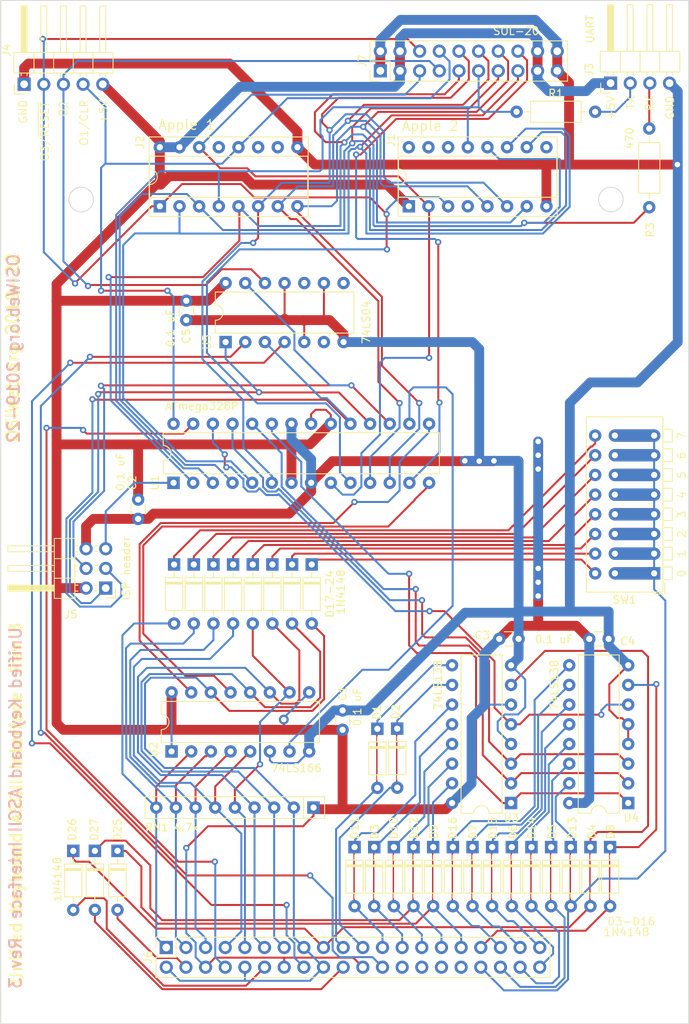
<source format=kicad_pcb>
(kicad_pcb (version 20211014) (generator pcbnew)
  (title_block (title "Unified Retro Keyboard") (date "2022-11-15") (rev "3"))
  (layers (0 "F.Cu" signal) (31 "B.Cu" signal) (34 "B.Paste" user) (35 "F.Paste" user) (36 "B.SilkS" user "B.Silkscreen") (37 "F.SilkS" user "F.Silkscreen") (38 "B.Mask" user) (39 "F.Mask" user) (44 "Edge.Cuts" user))
  (net 0 "")
  (net 1 "GND")
  (net 2 "+5V")
  (net 3 "/Row3")
  (net 4 "/Row0")
  (net 5 "/Row1")
  (net 6 "/Row4")
  (net 7 "/Row5")
  (net 8 "/Row7")
  (net 9 "/D7")
  (net 10 "/D1")
  (net 11 "/D2")
  (net 12 "/D3")
  (net 13 "/D4")
  (net 14 "/D5")
  (net 15 "/D6")
  (net 16 "/Col0")
  (net 17 "/Col1")
  (net 18 "/Col2")
  (net 19 "/Col3")
  (net 20 "/Col4")
  (net 21 "/Col5")
  (net 22 "/Col6")
  (net 23 "/Col7")
  (net 24 "/Row6")
  (net 25 "/Row2")
  (net 26 "/D0")
  (net 27 "Net-(U1-Pad25)")
  (net 28 "Net-(U1-Pad24)")
  (net 29 "Net-(U1-Pad23)")
  (net 30 "/~{STROBE}")
  (net 31 "Net-(U1-Pad14)")
  (net 32 "Net-(U1-Pad26)")
  (net 33 "Net-(U1-Pad16)")
  (net 34 "Net-(U1-Pad15)")
  (net 35 "/Row10")
  (net 36 "/Row9")
  (net 37 "/Row8")
  (net 38 "/Row15")
  (net 39 "/Row14")
  (net 40 "/Row13")
  (net 41 "/Row12")
  (net 42 "/Row11")
  (net 43 "/~{RESET}")
  (net 44 "/Rx")
  (net 45 "Net-(D9-Pad1)")
  (net 46 "Net-(D12-Pad1)")
  (net 47 "Net-(D13-Pad1)")
  (net 48 "Net-(D14-Pad1)")
  (net 49 "Net-(D15-Pad1)")
  (net 50 "Net-(D16-Pad1)")
  (net 51 "Net-(D17-Pad1)")
  (net 52 "Net-(D18-Pad1)")
  (net 53 "Net-(D19-Pad1)")
  (net 54 "Net-(D20-Pad1)")
  (net 55 "Net-(D24-Pad1)")
  (net 56 "Net-(D3-Pad1)")
  (net 57 "Net-(D4-Pad1)")
  (net 58 "Net-(D5-Pad1)")
  (net 59 "Net-(D6-Pad1)")
  (net 60 "Net-(D7-Pad1)")
  (net 61 "Net-(D8-Pad1)")
  (net 62 "Net-(D10-Pad1)")
  (net 63 "Net-(D11-Pad1)")
  (net 64 "Net-(D1-Pad1)")
  (net 65 "Net-(D2-Pad1)")
  (net 78 "/Tx")
  (net 79 "Net-(J6-Pad16)")
  (net 80 "Net-(J6-Pad24)")
  (net 81 "/LED1")
  (net 85 "/OUT1")
  (net 86 "/OUT2")
  (net 87 "/OUT3")
  (net 88 "/MOSI-OUT2")
  (net 89 "/SCK-LED2")
  (net 90 "/MISO-LED3")
  (net 91 "Net-(D21-Pad1)")
  (net 92 "Net-(D22-Pad1)")
  (net 93 "Net-(D23-Pad1)")
  (net 94 "Net-(D25-Pad2)")
  (net 95 "Net-(D26-Pad2)")
  (net 96 "Net-(D27-Pad2)")
  (footprint "Capacitor_THT:C_Disc_D3.0mm_W1.6mm_P2.50mm" (layer "F.Cu") (at 181.587 115.216 -90)
    (fp_text reference "C2")
    (fp_text value "0.1 uF")
  )
  (footprint "Package_DIP:DIP-16_W7.62mm_Socket" (layer "F.Cu") (at 184.390166 77.37 90)
    (fp_text reference "J2")
    (fp_text value "Apple 1")
  )
  (footprint "Diode_THT:D_DO-35_SOD27_P7.62mm_Horizontal" (layer "F.Cu") (at 178.92 160.555 -90)
    (fp_text reference "D25")
    (fp_text value "1N4148")
  )
  (footprint "Package_DIP:DIP-16_W7.62mm_Socket" (layer "F.Cu") (at 216.561832 77.37 90)
    (fp_text reference "J1")
    (fp_text value "Apple 2")
  )
  (footprint "Diode_THT:D_DO-35_SOD27_P7.62mm_Horizontal" (layer "F.Cu") (at 173.205 160.555 -90)
    (fp_text reference "D26")
    (fp_text value "1N4148")
  )
  (footprint "Package_DIP:DIP-28_W7.62mm" (layer "F.Cu") (at 186.159 113.057 90)
    (fp_text reference "U1")
    (fp_text value "ATmega328P")
  )
  (footprint "Package_DIP:DIP-16_W7.62mm" (layer "F.Cu") (at 185.905 147.728 90)
    (fp_text reference "U2")
    (fp_text value "74LS166")
  )
  (footprint "Package_DIP:DIP-16_W7.62mm" (layer "F.Cu") (at 229.7708 154.3828 180)
    (fp_text reference "U3")
    (fp_text value "74LS138")
  )
  (footprint "Package_DIP:DIP-16_W7.62mm" (layer "F.Cu") (at 244.9092 154.3828 180)
    (fp_text reference "U4")
    (fp_text value "74LS138")
  )
  (footprint "Capacitor_THT:C_Disc_D3.0mm_W1.6mm_P2.50mm" (layer "F.Cu") (at 239.88 133.1992)
    (fp_text reference "C4")
    (fp_text value "0.1 uF" hide)
  )
  (footprint "Connector_PinHeader_2.54mm:PinHeader_2x03_P2.54mm_Horizontal" (layer "F.Cu") (at 177.396 126.646 180)
    (fp_text reference "J5")
    (fp_text value "ISP header")
  )
  (footprint "Diode_THT:D_DO-35_SOD27_P7.62mm_Horizontal" (layer "F.Cu") (at 198.9352 123.598 -90)
    (fp_text reference "D18" hide)
    (fp_text value "1N4148" hide)
  )
  (footprint "Diode_THT:D_DO-35_SOD27_P7.62mm_Horizontal" (layer "F.Cu") (at 196.3952 123.598 -90)
    (fp_text reference "D22" hide)
    (fp_text value "1N4148" hide)
  )
  (footprint "Diode_THT:D_DO-35_SOD27_P7.62mm_Horizontal" (layer "F.Cu") (at 188.7752 123.598 -90)
    (fp_text reference "D20" hide)
    (fp_text value "1N4148" hide)
  )
  (footprint "Diode_THT:D_DO-35_SOD27_P7.62mm_Horizontal" (layer "F.Cu") (at 201.4752 123.598 -90)
    (fp_text reference "D21" hide)
    (fp_text value "1N4148" hide)
  )
  (footprint "Diode_THT:D_DO-35_SOD27_P7.62mm_Horizontal" (layer "F.Cu") (at 186.2352 123.598 -90)
    (fp_text reference "D24" hide)
    (fp_text value "1N4148" hide)
  )
  (footprint "Connector_PinHeader_2.54mm:PinHeader_1x04_P2.54mm_Horizontal" (layer "F.Cu") (at 242.62828 61.47976 90)
    (fp_text reference "J3")
    (fp_text value "UART")
  )
  (footprint "Resistor_THT:R_Axial_DIN0207_L6.3mm_D2.5mm_P10.16mm_Horizontal" (layer "F.Cu") (at 247.627 77.497 90)
    (fp_text reference "R3")
    (fp_text value "470")
  )
  (footprint "unikbd:SW_DIP_SPSTx08_oriented_backward" (layer "F.Cu") (at 248.262 124.741 180)
    (fp_text reference "SW1")
    (fp_text value "Options")
  )
  (footprint "unikbd:D_DO-35_SOD27_P7.62mm_Horizontal_bypassed" (layer "F.Cu") (at 240.03 160.0724 -90)
    (fp_text reference "D4")
    (fp_text value "1N4148")
  )
  (footprint "Resistor_THT:R_Array_SIP9" (layer "F.Cu") (at 204.2438 154.967 180)
    (fp_text reference "RN1")
    (fp_text value "4.7k")
  )
  (footprint "unikbd:D_DO-35_SOD27_P7.62mm_Horizontal_bypassed" (layer "F.Cu") (at 224.79 160.0724 -90)
    (fp_text reference "D7")
    (fp_text value "1N4148")
  )
  (footprint "unikbd:D_DO-35_SOD27_P7.62mm_Horizontal_bypassed" (layer "F.Cu") (at 229.87 160.0724 -90)
    (fp_text reference "D6")
    (fp_text value "1N4148")
  )
  (footprint "unikbd:D_DO-35_SOD27_P7.62mm_Horizontal_bypassed" (layer "F.Cu") (at 209.55 160.0724 -90)
    (fp_text reference "D11")
    (fp_text value "1N4148")
  )
  (footprint "unikbd:D_DO-35_SOD27_P7.62mm_Horizontal_bypassed" (layer "F.Cu") (at 214.63 160.0724 -90)
    (fp_text reference "D10")
    (fp_text value "1N4148")
  )
  (footprint "unikbd:D_DO-35_SOD27_P7.62mm_Horizontal_bypassed" (layer "F.Cu") (at 219.71 160.0724 -90)
    (fp_text reference "D9")
    (fp_text value "1N4148")
  )
  (footprint "unikbd:D_DO-35_SOD27_P7.62mm_Horizontal_bypassed" (layer "F.Cu") (at 227.33 160.0724 -90)
    (fp_text reference "D15")
    (fp_text value "1N4148")
  )
  (footprint "unikbd:D_DO-35_SOD27_P7.62mm_Horizontal_bypassed" (layer "F.Cu") (at 212.09 160.0724 -90)
    (fp_text reference "D3")
    (fp_text value "1N4148")
  )
  (footprint "unikbd:D_DO-35_SOD27_P7.62mm_Horizontal_bypassed" (layer "F.Cu") (at 217.17 160.0724 -90)
    (fp_text reference "D12")
    (fp_text value "1N4148")
  )
  (footprint "unikbd:D_DO-35_SOD27_P7.62mm_Horizontal_bypassed" (layer "F.Cu") (at 222.25 160.0724 -90)
    (fp_text reference "D16")
    (fp_text value "1N4148")
  )
  (footprint "unikbd:D_DO-35_SOD27_P7.62mm_Horizontal_bypassed" (layer "F.Cu") (at 232.41 160.0724 -90)
    (fp_text reference "D14")
    (fp_text value "1N4148")
  )
  (footprint "unikbd:D_DO-35_SOD27_P7.62mm_Horizontal_bypassed" (layer "F.Cu") (at 234.95 160.0724 -90)
    (fp_text reference "D5")
    (fp_text value "1N4148")
  )
  (footprint "unikbd:D_DO-35_SOD27_P7.62mm_Horizontal_bypassed" (layer "F.Cu") (at 237.49 160.0724 -90)
    (fp_text reference "D13")
    (fp_text value "1N4148")
  )
  (footprint "unikbd:D_DO-35_SOD27_P7.62mm_Horizontal_bypassed" (layer "F.Cu") (at 212.4988 144.807 -90)
    (fp_text reference "D1")
    (fp_text value "1N4148")
  )
  (footprint "unikbd:D_DO-35_SOD27_P7.62mm_Horizontal_bypassed" (layer "F.Cu") (at 215.0642 144.7816 -90)
    (fp_text reference "D2")
    (fp_text value "1N4148")
  )
  (footprint "unikbd:D_DO-35_SOD27_P7.62mm_Horizontal_bypassed" (layer "F.Cu") (at 242.57 160.0724 -90)
    (fp_text reference "D8")
    (fp_text value "1N4148")
  )
  (footprint "Capacitor_THT:C_Disc_D3.0mm_W1.6mm_P2.50mm" (layer "F.Cu") (at 228.2468 133.1992)
    (fp_text reference "C3")
    (fp_text value "0.1 uF")
  )
  (footprint "Diode_THT:D_DO-35_SOD27_P7.62mm_Horizontal" (layer "F.Cu") (at 193.8552 123.598 -90)
    (fp_text reference "D19" hide)
    (fp_text value "1N4148" hide)
  )
  (footprint "Diode_THT:D_DO-35_SOD27_P7.62mm_Horizontal" (layer "F.Cu") (at 204.0152 123.598 -90)
    (fp_text reference "D17" hide)
    (fp_text value "1N4148")
  )
  (footprint "Diode_THT:D_DO-35_SOD27_P7.62mm_Horizontal" (layer "F.Cu") (at 191.3152 123.598 -90)
    (fp_text reference "D23")
    (fp_text value "1N4148" hide)
  )
  (footprint "Diode_THT:D_DO-35_SOD27_P7.62mm_Horizontal" (layer "F.Cu") (at 175.999 160.555 -90)
    (fp_text reference "D27")
    (fp_text value "1N4148")
  )
  (footprint "Package_DIP:DIP-14_W7.62mm" (layer "F.Cu") (at 192.89 94.896 90)
    (fp_text reference "U5")
    (fp_text value "74LS04")
  )
  (footprint "Capacitor_THT:C_Disc_D3.0mm_W1.6mm_P2.50mm" (layer "F.Cu") (at 187.81 89.562 -90)
    (fp_text reference "C5")
    (fp_text value "0.1 uF")
  )
  (footprint "Capacitor_THT:C_Disc_D3.0mm_W1.6mm_P2.50mm" (layer "F.Cu") (at 208.003 144.934 90)
    (fp_text reference "C1")
    (fp_text value "0.1 uF")
  )
  (footprint "unikbd:SOL20-header-vertical" (layer "F.Cu") (at 212.8798 59.8948 90)
    (fp_text reference "J7")
    (fp_text value "SOL-20")
  )
  (footprint "Connector_PinHeader_2.54mm:PinHeader_1x05_P2.54mm_Horizontal" (layer "F.Cu") (at 166.855 61.622 90)
    (fp_text reference "J4")
    (fp_text value "Outputs")
  )
  (footprint "unikbd:kbd_header_and_mounting_holes" (layer "F.Cu") (at 185.397 175.5918 90)
    (fp_text reference "J6")
    (fp_text value "Keyboard")
  )
  (footprint "Resistor_THT:R_Axial_DIN0207_L6.3mm_D2.5mm_P10.16mm_Horizontal" (layer "F.Cu") (at 230.482 65.178)
    (fp_text reference "R1")
    (fp_text value "470")
  )
  (gr_line (start 252.73 50.8) (end 252.73 182.88) (layer "Edge.Cuts") (width 0.1))
  (gr_line (start 163.83 182.88) (end 163.83 50.8) (layer "Edge.Cuts") (width 0.1))
  (gr_line (start 163.83 50.8) (end 252.73 50.8) (layer "Edge.Cuts") (width 0.1))
  (gr_circle (center 242.6754 76.5048) (end 244.2629 76.5048) (layer "Edge.Cuts") (width 0.1) (fill none))
  (gr_circle (center 174.2224 76.5048) (end 175.8099 76.5048) (layer "Edge.Cuts") (width 0.1) (fill none))
  (gr_line (start 252.73 182.88) (end 163.83 182.88) (layer "Edge.Cuts") (width 0.1))
  (gr_text "Unified Keyboard ASCII Interface  Rev ${REVISION}" (at 165.7374 155.0178 90) (layer "B.SilkS") (effects (font (size 1.524 1.524) (thickness 0.254)) (justify mirror)))
  (gr_text "OSIWeb.org 2019-22" (at 165.4834 95.7342 90) (layer "B.SilkS") (effects (font (size 1.524 1.524) (thickness 0.254)) (justify mirror)))
  (gr_text "+5V" (at 177.142 65.178 90) (layer "F.SilkS") (effects (font (size 1.016 1.016) (thickness 0.127))))
  (gr_text "TX" (at 245.26988 63.972346 90) (layer "F.SilkS") (effects (font (size 1.016 1.016) (thickness 0.127))))
  (gr_text "OSIWeb.org 2019-22" (at 165.3564 95.6072 90) (layer "F.SilkS") (effects (font (size 1.524 1.524) (thickness 0.254))))
  (gr_text "+5V" (at 242.674 64.64968 90) (layer "F.SilkS") (effects (font (size 1.016 1.016) (thickness 0.127))))
  (gr_text "Unified Keyboard ASCII Interface  Rev ${REVISION}" (at 165.8136 154.4336 90) (layer "F.SilkS") (effects (font (size 1.524 1.524) (thickness 0.254))))
  (gr_text "6" (at 251.818 109.5264 90) (layer "F.SilkS") (effects (font (size 1.016 1.016) (thickness 0.127))))
  (gr_text "7" (at 251.818 106.9864 90) (layer "F.SilkS") (effects (font (size 1.016 1.016) (thickness 0.127))))
  (gr_text "GND" (at 250.294 64.64968 90) (layer "F.SilkS") (effects (font (size 1.016 1.016) (thickness 0.127))))
  (gr_text "O2" (at 171.935 64.797 90) (layer "F.SilkS") (effects (font (size 1.016 1.016) (thickness 0.127))))
  (gr_text "D17-24" (at 206.352 127.408 90) (layer "F.SilkS") (effects (font (size 1.016 1.016) (thickness 0.1524))))
  (gr_text "D3-D16" (at 245.2902 169.6736) (layer "F.SilkS") (effects (font (size 1.016 1.016) (thickness 0.127))))
  (gr_text "GND" (at 166.728 65.178 90) (layer "F.SilkS") (effects (font (size 1.016 1.016) (thickness 0.127))))
  (gr_text "3" (at 251.818 117.1464 90) (layer "F.SilkS") (effects (font (size 1.016 1.016) (thickness 0.127))))
  (gr_text "1" (at 251.818 122.2264 90) (layer "F.SilkS") (effects (font (size 1.016 1.016) (thickness 0.127))))
  (gr_text "5" (at 251.818 112.0664 90) (layer "F.SilkS") (effects (font (size 1.016 1.016) (thickness 0.127))))
  (gr_text "0" (at 251.818 124.7664 90) (layer "F.SilkS") (effects (font (size 1.016 1.016) (thickness 0.127))))
  (gr_text "4" (at 251.818 114.6064 90) (layer "F.SilkS") (effects (font (size 1.016 1.016) (thickness 0.127))))
  (gr_text "2" (at 251.818 119.6864 90) (layer "F.SilkS") (effects (font (size 1.016 1.016) (thickness 0.127))))
  (gr_text "O1/CLR" (at 174.602 66.575 90) (layer "F.SilkS") (effects (font (size 1.016 1.016) (thickness 0.127))))
  (gr_text "RX" (at 247.6778 64.093299 90) (layer "F.SilkS") (effects (font (size 1.016 1.016) (thickness 0.127))))
  (gr_text "O3/~{RESET}" (at 169.522 67.718 90) (layer "F.SilkS") (effects (font (size 1.016 1.016) (thickness 0.127))))
  (gr_text "1N4148" (at 244.706 171.0452) (layer "F.SilkS") (effects (font (size 1.016 1.016) (thickness 0.127))))
  (segment (start 225.656 110.263) (end 227.521 110.263) (width 1.27) (layer "F.Cu") (net 1))
  (segment (start 208.13 93.88) (end 208.13 94.896) (width 1.27) (layer "F.Cu") (net 1))
  (segment (start 235.7398 59.8948) (end 235.7398 57.3548) (width 1.27) (layer "F.Cu") (net 1))
  (segment (start 203.05 92.149) (end 203.05 94.896) (width 0.254) (layer "F.Cu") (net 1))
  (segment (start 237.263798 61.418798) (end 235.7398 59.8948) (width 1.27) (layer "F.Cu") (net 1))
  (segment (start 204.408943 71.988777) (end 251.262777 71.988777) (width 1.27) (layer "F.Cu") (net 1))
  (segment (start 237.263798 71.781998) (end 237.263798 61.418798) (width 1.27) (layer "F.Cu") (net 1))
  (segment (start 183.580801 117.032199) (end 182.897 117.716) (width 1.27) (layer "F.Cu") (net 1))
  (segment (start 206.312 92.062) (end 208.13 93.88) (width 1.27) (layer "F.Cu") (net 1))
  (segment (start 200.677 92.062) (end 202.963 92.062) (width 1.27) (layer "F.Cu") (net 1))
  (segment (start 181.587 117.716) (end 175.8104 117.716) (width 1.27) (layer "F.Cu") (net 1))
  (segment (start 174.856 118.6704) (end 174.856 121.566) (width 1.27) (layer "F.Cu") (net 1))
  (segment (start 244.109201 143.422801) (end 243.525012 143.422801) (width 0.254) (layer "F.Cu") (net 1))
  (segment (start 242.4708 139.0412) (end 244.9092 136.6028) (width 0.254) (layer "F.Cu") (net 1))
  (segment (start 200.51 91.895) (end 200.51 87.276) (width 0.254) (layer "F.Cu") (net 1))
  (segment (start 201.095171 117.032199) (end 183.580801 117.032199) (width 1.27) (layer "F.Cu") (net 1))
  (segment (start 203.939 113.017) (end 206.693 110.263) (width 1.27) (layer "F.Cu") (net 1))
  (segment (start 202.963 92.062) (end 206.312 92.062) (width 1.27) (layer "F.Cu") (net 1))
  (segment (start 203.939 113.057) (end 203.939 114.18837) (width 1.27) (layer "F.Cu") (net 1))
  (segment (start 212.8798 57.3548) (end 212.8798 59.8948) (width 1.27) (layer "F.Cu") (net 1))
  (segment (start 203.939 114.18837) (end 201.095171 117.032199) (width 1.27) (layer "F.Cu") (net 1))
  (segment (start 227.521 110.263) (end 227.561 110.223) (width 1.27) (layer "F.Cu") (net 1))
  (segment (start 244.9092 144.2228) (end 244.109201 143.422801) (width 0.254) (layer "F.Cu") (net 1))
  (segment (start 205.677 92.062) (end 205.59 91.975) (width 0.254) (layer "F.Cu") (net 1))
  (segment (start 202.963 92.062) (end 203.05 92.149) (width 1.27) (layer "F.Cu") (net 1))
  (segment (start 166.855 59.502) (end 166.855 61.622) (width 1.27) (layer "F.Cu") (net 1))
  (segment (start 205.59 91.975) (end 205.59 87.276) (width 0.254) (layer "F.Cu") (net 1))
  (segment (start 202.170166 69.75) (end 204.408943 71.988777) (width 1.27) (layer "F.Cu") (net 1))
  (segment (start 242.4708 142.368589) (end 242.4708 139.0412) (width 0.254) (layer "F.Cu") (net 1))
  (segment (start 193.398 58.955) (end 167.402 58.955) (width 1.27) (layer "F.Cu") (net 1))
  (segment (start 187.81 92.062) (end 200.677 92.062) (width 1.27) (layer "F.Cu") (net 1))
  (segment (start 206.693 110.263) (end 225.656 110.263) (width 1.27) (layer "F.Cu") (net 1))
  (segment (start 244.9092 146.7628) (end 244.9092 144.2228) (width 0.254) (layer "F.Cu") (net 1))
  (segment (start 234.341832 77.37) (end 234.341832 71.958828) (width 1.27) (layer "F.Cu") (net 1))
  (segment (start 200.677 92.062) (end 200.51 91.895) (width 1.27) (layer "F.Cu") (net 1))
  (segment (start 202.170166 69.75) (end 202.170166 67.727166) (width 1.27) (layer "F.Cu") (net 1))
  (segment (start 175.8104 117.716) (end 174.856 118.6704) (width 1.27) (layer "F.Cu") (net 1))
  (segment (start 167.402 58.955) (end 166.855 59.502) (width 1.27) (layer "F.Cu") (net 1))
  (segment (start 243.525012 143.422801) (end 242.4708 142.368589) (width 0.254) (layer "F.Cu") (net 1))
  (segment (start 182.897 117.716) (end 181.587 117.716) (width 1.27) (layer "F.Cu") (net 1))
  (segment (start 202.170166 67.727166) (end 193.398 58.955) (width 1.27) (layer "F.Cu") (net 1))
  (via (at 223.791 110.223) (size 1.27) (drill 0.7112) (layers "F.Cu" "B.Cu") (net 1))
  (via (at 225.656 110.263) (size 1.27) (drill 0.7112) (layers "F.Cu" "B.Cu") (net 1))
  (via (at 251.262777 71.988777) (size 1.27) (drill 0.7112) (layers "F.Cu" "B.Cu") (net 1))
  (via (at 227.561 110.223) (size 1.27) (drill 0.7112) (layers "F.Cu" "B.Cu") (net 1))
  (segment (start 198.605 148.85937) (end 198.986 149.24037) (width 0.254) (layer "B.Cu") (net 1))
  (segment (start 242.38 129.6686) (end 237.3654 129.6686) (width 1.27) (layer "B.Cu") (net 1))
  (segment (start 203.685 145.696) (end 206.947 142.434) (width 1.27) (layer "B.Cu") (net 1))
  (segment (start 224.767 94.896) (end 225.656 95.785) (width 1.27) (layer "B.Cu") (net 1))
  (segment (start 228.0436 143.8672) (end 228.958 142.9528) (width 0.254) (layer "B.Cu") (net 1))
  (segment (start 246.103 100.103) (end 240.007 100.103) (width 1.27) (layer "B.Cu") (net 1))
  (segment (start 235.7398 56.152719) (end 232.903281 53.3162) (width 1.27) (layer "B.Cu") (net 1))
  (segment (start 235.7398 57.3548) (end 235.7398 56.152719) (width 1.27) (layer "B.Cu") (net 1))
  (segment (start 202.17263 149.24037) (end 203.685 147.728) (width 0.254) (layer "B.Cu") (net 1))
  (segment (start 229.7708 146.7628) (end 228.0436 145.0356) (width 0.254) (layer "B.Cu") (net 1))
  (segment (start 228.958 142.9528) (end 230.6852 142.9528) (width 0.254) (layer "B.Cu") (net 1))
  (segment (start 240.007 100.103) (end 237.3654 102.7446) (width 1.27) (layer "B.Cu") (net 1))
  (segment (start 212.8798 55.907) (end 212.8798 57.3548) (width 1.27) (layer "B.Cu") (net 1))
  (segment (start 230.6852 142.9528) (end 231.5996 142.0384) (width 0.254) (layer "B.Cu") (net 1))
  (segment (start 211.21337 142.434) (end 208.003 142.434) (width 1.27) (layer "B.Cu") (net 1))
  (segment (start 228.0436 145.0356) (end 228.0436 143.8672) (width 0.254) (layer "B.Cu") (net 1))
  (segment (start 237.3654 102.7446) (end 237.3654 129.6686) (width 1.27) (layer "B.Cu") (net 1))
  (segment (start 232.903281 53.3162) (end 215.4706 53.3162) (width 1.27) (layer "B.Cu") (net 1))
  (segment (start 242.38 133.1992) (end 242.38 134.0736) (width 1.27) (layer "B.Cu") (net 1))
  (segment (start 246.103 100.103) (end 251.31 94.896) (width 1.27) (layer "B.Cu") (net 1))
  (segment (start 203.685 147.728) (end 203.685 145.696) (width 1.27) (layer "B.Cu") (net 1))
  (segment (start 242.38 133.1992) (end 242.38 129.6686) (width 1.27) (layer "B.Cu") (net 1))
  (segment (start 230.7468 133.1992) (end 230.7468 135.6268) (width 1.27) (layer "B.Cu") (net 1))
  (segment (start 203.939 110.009) (end 203.939 113.017) (width 1.27) (layer "B.Cu") (net 1))
  (segment (start 231.5996 142.0384) (end 231.5996 138.4316) (width 0.254) (layer "B.Cu") (net 1))
  (segment (start 206.947 142.434) (end 208.003 142.434) (width 1.27) (layer "B.Cu") (net 1))
  (segment (start 242.38 134.0736) (end 244.9092 136.6028) (width 1.27) (layer "B.Cu") (net 1))
  (segment (start 251.31 62.54148) (end 250.24828 61.47976) (width 1.27) (layer "B.Cu") (net 1))
  (segment (start 201.399 105.397) (end 201.399 107.469) (width 1.27) (layer "B.Cu") (net 1))
  (segment (start 230.60392 129.82608) (end 223.82129 129.82608) (width 1.27) (layer "B.Cu") (net 1))
  (segment (start 230.736 110.263) (end 230.696 110.223) (width 1.27) (layer "B.Cu") (net 1))
  (segment (start 230.7468 133.1992) (end 230.7468 110.2484) (width 1.27) (layer "B.Cu") (net 1))
  (segment (start 201.399 107.469) (end 203.939 110.009) (width 1.27) (layer "B.Cu") (net 1))
  (segment (start 251.31 94.896) (end 251.31 62.54148) (width 1.27) (layer "B.Cu") (net 1))
  (segment (start 237.3654 129.6686) (end 230.9284 129.6686) (width 1.27) (layer "B.Cu") (net 1))
  (segment (start 223.82129 129.82608) (end 211.21337 142.434) (width 1.27) (layer "B.Cu") (net 1))
  (segment (start 230.7468 135.6268) (end 229.7708 136.6028) (width 1.27) (layer "B.Cu") (net 1))
  (segment (start 198.986 149.24037) (end 202.17263 149.24037) (width 0.254) (layer "B.Cu") (net 1))
  (segment (start 225.656 110.263) (end 225.656 95.785) (width 1.27) (layer "B.Cu") (net 1))
  (segment (start 198.605 147.728) (end 198.605 148.85937) (width 0.254) (layer "B.Cu") (net 1))
  (segment (start 208.13 94.896) (end 224.767 94.896) (width 1.27) (layer "B.Cu") (net 1))
  (segment (start 215.4706 53.3162) (end 212.8798 55.907) (width 1.27) (layer "B.Cu") (net 1))
  (segment (start 230.696 110.223) (end 223.791 110.223) (width 1.27) (layer "B.Cu") (net 1))
  (segment (start 230.9284 129.5016) (end 230.60392 129.82608) (width 1.27) (layer "B.Cu") (net 1))
  (segment (start 231.5996 138.4316) (end 229.7708 136.6028) (width 0.254) (layer "B.Cu") (net 1))
  (segment (start 190.2992 175.5664) (end 191.530201 174.335399) (width 0.254) (layer "F.Cu") (net 2))
  (segment (start 190.604 157.38) (end 202.8848 157.38) (width 0.254) (layer "F.Cu") (net 2))
  (segment (start 171.046 89.562) (end 171.046 87.403) (width 1.27) (layer "F.Cu") (net 2))
  (segment (start 190.604 89.562) (end 192.89 87.276) (width 1.27) (layer "F.Cu") (net 2))
  (segment (start 171.046 107.0626) (end 171.046 89.562) (width 1.27) (layer "F.Cu") (net 2))
  (segment (start 195.276902 73.486978) (end 185.597022 73.486978) (width 1.27) (layer "F.Cu") (net 2))
  (segment (start 206.479 104.2686) (end 206.479 105.437) (width 0.254) (layer "F.Cu") (net 2))
  (segment (start 222.1508 154.3828) (end 221.350801 155.182799) (width 1.27) (layer "F.Cu") (net 2))
  (segment (start 171.046 144.0704) (end 171.046 126.6206) (width 1.27) (layer "F.Cu") (net 2))
  (segment (start 187.81 89.562) (end 171.046 89.562) (width 1.27) (layer "F.Cu") (net 2))
  (segment (start 181.6378 108.104) (end 201.7292 108.104) (width 1.27) (layer "F.Cu") (net 2))
  (segment (start 216.561832 77.37) (end 213.767832 74.576) (width 1.27) (layer "F.Cu") (net 2))
  (segment (start 215.4198 59.8948) (end 215.4198 57.3548) (width 1.27) (layer "F.Cu") (net 2))
  (segment (start 200.445601 174.335399) (end 191.530201 174.335399) (width 0.254) (layer "F.Cu") (net 2))
  (segment (start 187.81 160.174) (end 190.604 157.38) (width 0.254) (layer "F.Cu") (net 2))
  (segment (start 204.4978 103.6336) (end 205.844 103.6336) (width 0.254) (layer "F.Cu") (net 2))
  (segment (start 233.1998 57.3548) (end 233.1998 59.8948) (width 1.27) (layer "F.Cu") (net 2))
  (segment (start 184.390166 74.458166) (end 184.390166 69.75) (width 1.27) (layer "F.Cu") (net 2))
  (segment (start 200.4338 144.934) (end 206.606 144.934) (width 1.27) (layer "F.Cu") (net 2))
  (segment (start 233.276 107.723) (end 233.276 111.279) (width 1.27) (layer "F.Cu") (net 2))
  (segment (start 184.390166 69.75) (end 184.390166 68.997166) (width 1.27) (layer "F.Cu") (net 2))
  (segment (start 205.844 103.6336) (end 206.479 104.2686) (width 0.254) (layer "F.Cu") (net 2))
  (segment (start 209.388199 174.335399) (end 200.445601 174.335399) (width 0.254) (layer "F.Cu") (net 2))
  (segment (start 181.6378 108.104) (end 181.587 108.1548) (width 1.27) (layer "F.Cu") (net 2))
  (segment (start 171.046 126.6206) (end 171.046 107.0626) (width 1.27) (layer "F.Cu") (net 2))
  (segment (start 204.459599 155.182799) (end 221.350801 155.182799) (width 1.27) (layer "F.Cu") (net 2))
  (segment (start 203.939 105.437) (end 203.939 104.1924) (width 0.254) (layer "F.Cu") (net 2))
  (segment (start 202.8848 157.38) (end 204.2438 156.021) (width 0.254) (layer "F.Cu") (net 2))
  (segment (start 185.597022 73.486978) (end 184.508 74.576) (width 1.27) (layer "F.Cu") (net 2))
  (segment (start 206.606 144.934) (end 208.003 144.934) (width 1.27) (layer "F.Cu") (net 2))
  (segment (start 233.276 131.472) (end 233.314199 131.510199) (width 1.27) (layer "F.Cu") (net 2))
  (segment (start 200.4592 174.348998) (end 200.4592 175.5664) (width 0.254) (layer "F.Cu") (net 2))
  (segment (start 171.0714 126.646) (end 174.856 126.646) (width 1.27) (layer "F.Cu") (net 2))
  (segment (start 200.445601 174.335399) (end 200.4592 174.348998) (width 0.254) (layer "F.Cu") (net 2))
  (segment (start 171.1476 144.172) (end 171.9096 144.934) (width 1.27) (layer "F.Cu") (net 2))
  (segment (start 204.2438 156.021) (end 204.2438 154.967) (width 0.254) (layer "F.Cu") (net 2))
  (segment (start 200.4084 144.9086) (end 200.4338 144.934) (width 0.254) (layer "F.Cu") (net 2))
  (segment (start 184.390166 68.997166) (end 177.015 61.622) (width 1.27) (layer "F.Cu") (net 2))
  (segment (start 201.7292 108.104) (end 201.399 108.4342) (width 1.27) (layer "F.Cu") (net 2))
  (segment (start 229.935801 131.510199) (end 233.314199 131.510199) (width 1.27) (layer "F.Cu") (net 2))
  (segment (start 171.046 108.104) (end 181.6378 108.104) (width 1.27) (layer "F.Cu") (net 2))
  (segment (start 171.9096 144.934) (end 200.4338 144.934) (width 1.27) (layer "F.Cu") (net 2))
  (segment (start 233.314199 131.510199) (end 238.190999 131.510199) (width 1.27) (layer "F.Cu") (net 2))
  (segment (start 233.276 127.662) (end 233.276 124.106) (width 1.27) (layer "F.Cu") (net 2))
  (segment (start 200.4084 143.6132) (end 200.4084 144.9086) (width 0.254) (layer "F.Cu") (net 2))
  (segment (start 183.873 74.576) (end 184.508 74.576) (width 1.27) (layer "F.Cu") (net 2))
  (segment (start 185.905 144.934) (end 185.905 140.108) (width 1.27) (layer "F.Cu") (net 2))
  (segment (start 213.767832 74.576) (end 196.365924 74.576) (width 1.27) (layer "F.Cu") (net 2))
  (segment (start 201.7292 108.104) (end 203.772 108.104) (width 1.27) (layer "F.Cu") (net 2))
  (segment (start 196.365924 74.576) (end 195.276902 73.486978) (width 1.27) (layer "F.Cu") (net 2))
  (segment (start 238.190999 131.510199) (end 239.080001 132.399201) (width 1.27) (layer "F.Cu") (net 2))
  (segment (start 201.399 108.4342) (end 201.399 113.057) (width 1.27) (layer "F.Cu") (net 2))
  (segment (start 208.003 154.586) (end 208.003 144.934) (width 1.27) (layer "F.Cu") (net 2))
  (segment (start 239.080001 132.399201) (end 239.88 133.1992) (width 1.27) (layer "F.Cu") (net 2))
  (segment (start 228.2468 133.1992) (end 229.935801 131.510199) (width 1.27) (layer "F.Cu") (net 2))
  (segment (start 184.508 74.576) (end 184.390166 74.458166) (width 1.27) (layer "F.Cu") (net 2))
  (segment (start 171.046 126.6206) (end 171.0714 126.646) (width 1.27) (layer "F.Cu") (net 2))
  (segment (start 181.587 108.1548) (end 181.587 115.216) (width 1.27) (layer "F.Cu") (net 2))
  (segment (start 187.81 89.562) (end 190.604 89.562) (width 1.27) (layer "F.Cu") (net 2))
  (segment (start 203.939 104.1924) (end 204.4978 103.6336) (width 0.254) (layer "F.Cu") (net 2))
  (segment (start 233.276 127.662) (end 233.276 131.472) (width 1.27) (layer "F.Cu") (net 2))
  (segment (start 210.6192 175.5664) (end 209.388199 174.335399) (width 0.254) (layer "F.Cu") (net 2))
  (segment (start 204.459599 155.182799) (end 204.2438 154.967) (width 1.27) (layer "F.Cu") (net 2))
  (segment (start 171.046 87.403) (end 183.873 74.576) (width 1.27) (layer "F.Cu") (net 2))
  (segment (start 203.772 108.104) (end 206.479 105.397) (width 1.27) (layer "F.Cu") (net 2))
  (via (at 200.4084 143.6132) (size 1.27) (drill 0.7112) (layers "F.Cu" "B.Cu") (net 2))
  (via (at 233.276 124.106) (size 1.27) (drill 0.7112) (layers "F.Cu" "B.Cu") (net 2))
  (via (at 187.81 160.174) (size 0.8128) (drill 0.4064) (layers "F.Cu" "B.Cu") (net 2))
  (via (at 233.276 125.884) (size 1.27) (drill 0.7112) (layers "F.Cu" "B.Cu") (net 2))
  (via (at 233.276 127.662) (size 1.27) (drill 0.7112) (layers "F.Cu" "B.Cu") (net 2))
  (via (at 233.276 107.723) (size 1.27) (drill 0.7112) (layers "F.Cu" "B.Cu") (net 2))
  (via (at 233.276 111.279) (size 1.27) (drill 0.7112) (layers "F.Cu" "B.Cu") (net 2))
  (via (at 233.276 109.501) (size 1.27) (drill 0.7112) (layers "F.Cu" "B.Cu") (net 2))
  (segment (start 239.3212 154.3828) (end 239.88 153.824) (width 1.27) (layer "B.Cu") (net 2))
  (segment (start 226.3164 135.1296) (end 228.2468 133.1992) (width 1.27) (layer "B.Cu") (net 2))
  (segment (start 234.613919 62.511) (end 239.47704 62.511) (width 1.27) (layer "B.Cu") (net 2))
  (segment (start 187.81 171.179266) (end 189.0165 172.385766) (width 0.254) (layer "B.Cu") (net 2))
  (segment (start 187.730165 68.950001) (end 186.930166 69.75) (width 1.27) (layer "B.Cu") (net 2))
  (segment (start 239.47704 62.511) (end 240.50828 61.47976) (width 1.27) (layer "B.Cu") (net 2))
  (segment (start 200.4084 143.6132) (end 200.4084 143.3846) (width 0.254) (layer "B.Cu") (net 2))
  (segment (start 187.81 160.174) (end 187.81 171.179266) (width 0.254) (layer "B.Cu") (net 2))
  (segment (start 226.3164 141.7844) (end 226.3164 135.1296) (width 1.27) (layer "B.Cu") (net 2))
  (segment (start 233.276 127.662) (end 233.276 107.723) (width 1.27) (layer "B.Cu") (net 2))
  (segment (start 224.6654 143.4354) (end 226.3164 141.7844) (width 1.27) (layer "B.Cu") (net 2))
  (segment (start 185.905 147.728) (end 185.905 140.108) (width 0.254) (layer "B.Cu") (net 2))
  (segment (start 194.727966 61.9522) (end 187.730165 68.950001) (width 1.27) (layer "B.Cu") (net 2))
  (segment (start 222.1508 154.3828) (end 224.6654 151.8682) (width 1.27) (layer "B.Cu") (net 2))
  (segment (start 226.3164 141.7844) (end 226.418 141.6828) (width 0.254) (layer "B.Cu") (net 2))
  (segment (start 215.4198 57.3548) (end 215.4198 55.7038) (width 1.27) (layer "B.Cu") (net 2))
  (segment (start 189.0165 174.2837) (end 190.2992 175.5664) (width 0.254) (layer "B.Cu") (net 2))
  (segment (start 189.0165 172.385766) (end 189.0165 174.2837) (width 0.254) (layer "B.Cu") (net 2))
  (segment (start 239.88 153.824) (end 239.88 133.1992) (width 1.27) (layer "B.Cu") (net 2))
  (segment (start 232.3616 55.0434) (end 233.1998 55.8816) (width 1.27) (layer "B.Cu") (net 2))
  (segment (start 240.50828 61.47976) (end 242.62828 61.47976) (width 1.27) (layer "B.Cu") (net 2))
  (segment (start 215.4198 61.2664) (end 214.734 61.9522) (width 1.27) (layer "B.Cu") (net 2))
  (segment (start 215.4198 59.8948) (end 215.4198 61.2664) (width 1.27) (layer "B.Cu") (net 2))
  (segment (start 233.1998 55.8816) (end 233.1998 57.3548) (width 1.27) (layer "B.Cu") (net 2))
  (segment (start 215.4198 55.7038) (end 216.0802 55.0434) (width 1.27) (layer "B.Cu") (net 2))
  (segment (start 186.930166 69.75) (end 184.390166 69.75) (width 1.27) (layer "B.Cu") (net 2))
  (segment (start 237.2892 154.3828) (end 239.3212 154.3828) (width 1.27) (layer "B.Cu") (net 2))
  (segment (start 233.1998 61.096881) (end 234.613919 62.511) (width 1.27) (layer "B.Cu") (net 2))
  (segment (start 224.6654 151.8682) (end 224.6654 143.4354) (width 1.27) (layer "B.Cu") (net 2))
  (segment (start 200.4084 143.3846) (end 203.685 140.108) (width 0.254) (layer "B.Cu") (net 2))
  (segment (start 233.1998 59.8948) (end 233.1998 61.096881) (width 1.27) (layer "B.Cu") (net 2))
  (segment (start 226.418 141.6828) (end 229.7708 141.6828) (width 0.254) (layer "B.Cu") (net 2))
  (segment (start 216.0802 55.0434) (end 232.3616 55.0434) (width 1.27) (layer "B.Cu") (net 2))
  (segment (start 214.734 61.9522) (end 194.727966 61.9522) (width 1.27) (layer "B.Cu") (net 2))
  (segment (start 215.6992 173.0264) (end 215.6992 171.3246) (width 0.254) (layer "B.Cu") (net 3))
  (segment (start 215.6992 171.3246) (end 212.1432 167.7686) (width 0.254) (layer "B.Cu") (net 3))
  (segment (start 179.974 160.555) (end 178.92 160.555) (width 0.254) (layer "F.Cu") (net 4))
  (segment (start 182.006 167.832) (end 182.006 162.587) (width 0.254) (layer "F.Cu") (net 4))
  (segment (start 184.127 169.953) (end 182.006 167.832) (width 0.254) (layer "F.Cu") (net 4))
  (segment (start 182.006 162.587) (end 179.974 160.555) (width 0.254) (layer "F.Cu") (net 4))
  (segment (start 217.4494 169.953) (end 184.127 169.953) (width 0.254) (layer "F.Cu") (net 4))
  (segment (start 219.71 167.6924) (end 217.4494 169.953) (width 0.254) (layer "F.Cu") (net 4))
  (segment (start 223.3192 173.0264) (end 223.3192 171.4008) (width 0.254) (layer "B.Cu") (net 4))
  (segment (start 223.3192 171.4008) (end 219.687 167.7686) (width 0.254) (layer "B.Cu") (net 4))
  (segment (start 217.17 167.6924) (end 215.36341 169.49899) (width 0.254) (layer "F.Cu") (net 5))
  (segment (start 184.68899 169.49899) (end 183.16499 167.97499) (width 0.254) (layer "F.Cu") (net 5))
  (segment (start 177.3198 159.2342) (end 175.999 160.555) (width 0.254) (layer "F.Cu") (net 5))
  (segment (start 183.16499 162.43779) (end 179.9614 159.2342) (width 0.254) (layer "F.Cu") (net 5))
  (segment (start 183.16499 167.97499) (end 183.16499 162.43779) (width 0.254) (layer "F.Cu") (net 5))
  (segment (start 179.9614 159.2342) (end 177.3198 159.2342) (width 0.254) (layer "F.Cu") (net 5))
  (segment (start 215.36341 169.49899) (end 184.68899 169.49899) (width 0.254) (layer "F.Cu") (net 5))
  (segment (start 217.1978 167.7686) (end 220.7792 171.35) (width 0.254) (layer "B.Cu") (net 5))
  (segment (start 220.7792 171.35) (end 220.7792 173.0264) (width 0.254) (layer "B.Cu") (net 5))
  (segment (start 210.428599 168.568599) (end 210.428599 168.593999) (width 0.254) (layer "B.Cu") (net 6))
  (segment (start 213.1592 171.3246) (end 213.1592 173.0264) (width 0.254) (layer "B.Cu") (net 6))
  (segment (start 210.428599 168.593999) (end 213.1592 171.3246) (width 0.254) (layer "B.Cu") (net 6))
  (segment (start 209.6286 167.7686) (end 210.428599 168.568599) (width 0.254) (layer "B.Cu") (net 6))
  (segment (start 207.622 170.0292) (end 210.6192 173.0264) (width 0.254) (layer "B.Cu") (net 7))
  (segment (start 214.1244 152.4016) (end 207.622 158.904) (width 0.254) (layer "B.Cu") (net 7))
  (segment (start 215.0642 152.4016) (end 214.1244 152.4016) (width 0.254) (layer "B.Cu") (net 7))
  (segment (start 207.622 158.904) (end 207.622 170.0292) (width 0.254) (layer "B.Cu") (net 7))
  (segment (start 203.1008 170.588) (end 205.5392 173.0264) (width 0.254) (layer "F.Cu") (net 8))
  (segment (start 208.158589 170.407011) (end 237.315389 170.407011) (width 0.254) (layer "F.Cu") (net 8))
  (segment (start 173.548 161.952) (end 175.237 161.952) (width 0.254) (layer "F.Cu") (net 8))
  (segment (start 173.205 160.555) (end 173.205 161.609) (width 0.254) (layer "F.Cu") (net 8))
  (segment (start 205.5392 173.0264) (end 208.158589 170.407011) (width 0.254) (layer "F.Cu") (net 8))
  (segment (start 173.205 161.609) (end 173.548 161.952) (width 0.254) (layer "F.Cu") (net 8))
  (segment (start 237.315389 170.407011) (end 240.03 167.6924) (width 0.254) (layer "F.Cu") (net 8))
  (segment (start 183.873 170.588) (end 203.1008 170.588) (width 0.254) (layer "F.Cu") (net 8))
  (segment (start 175.237 161.952) (end 183.873 170.588) (width 0.254) (layer "F.Cu") (net 8))
  (segment (start 231.836801 61.105399) (end 226.846723 66.095477) (width 0.254) (layer "F.Cu") (net 9))
  (segment (start 226.846723 66.095477) (end 214.925962 66.095477) (width 0.254) (layer "F.Cu") (net 9))
  (segment (start 231.836801 58.531801) (end 231.836801 61.105399) (width 0.254) (layer "F.Cu") (net 9))
  (segment (start 214.925962 66.095477) (end 210.328064 70.693375) (width 0.254) (layer "F.Cu") (net 9))
  (segment (start 230.6598 57.3548) (end 231.836801 58.531801) (width 0.254) (layer "F.Cu") (net 9))
  (segment (start 210.328064 70.693375) (end 209.753328 70.693375) (width 0.254) (layer "F.Cu") (net 9))
  (segment (start 220.3728 81.9674) (end 220.3728 102.5668) (width 0.254) (layer "F.Cu") (net 9))
  (segment (start 220.3728 102.5668) (end 220.514831 102.708831) (width 0.254) (layer "F.Cu") (net 9))
  (segment (start 220.3728 81.9674) (end 220.3474 81.9928) (width 0.254) (layer "F.Cu") (net 9))
  (via (at 209.753328 70.693375) (size 0.8128) (drill 0.4064) (layers "F.Cu" "B.Cu") (net 9))
  (via (at 220.3474 81.9928) (size 0.8128) (drill 0.4064) (layers "F.Cu" "B.Cu") (net 9))
  (via (at 220.514831 102.708831) (size 0.8128) (drill 0.4064) (layers "F.Cu" "B.Cu") (net 9))
  (segment (start 219.941001 81.586401) (end 209.958603 81.586401) (width 0.254) (layer "B.Cu") (net 9))
  (segment (start 220.3474 81.9928) (end 219.941001 81.586401) (width 0.254) (layer "B.Cu") (net 9))
  (segment (start 209.958603 81.586401) (end 209.753328 81.381126) (width 0.254) (layer "B.Cu") (net 9))
  (segment (start 220.514831 109.141169) (end 216.639 113.017) (width 0.254) (layer "B.Cu") (net 9))
  (segment (start 220.514831 102.708831) (end 220.514831 109.141169) (width 0.254) (layer "B.Cu") (net 9))
  (segment (start 209.753328 81.381126) (end 209.753328 70.693375) (width 0.254) (layer "B.Cu") (net 9))
  (segment (start 224.181832 69.75) (end 224.181832 64.594768) (width 0.254) (layer "B.Cu") (net 10))
  (segment (start 211.969398 64.59073) (end 211.972468 64.5938) (width 0.254) (layer "B.Cu") (net 10))
  (segment (start 192.0772 72.8488) (end 205.049532 72.8488) (width 0.254) (layer "B.Cu") (net 10))
  (segment (start 225.5798 64.5938) (end 226.164 65.178) (width 0.254) (layer "B.Cu") (net 10))
  (segment (start 205.415389 68.356491) (end 205.139188 68.08029) (width 0.254) (layer "B.Cu") (net 10))
  (segment (start 226.164 65.178) (end 230.482 65.178) (width 0.254) (layer "B.Cu") (net 10))
  (segment (start 184.373934 72.8488) (end 192.0772 72.8488) (width 0.254) (layer "B.Cu") (net 10))
  (segment (start 192.010166 77.37) (end 192.010166 72.915834) (width 0.254) (layer "B.Cu") (net 10))
  (segment (start 206.78687 64.59073) (end 211.969398 64.59073) (width 0.254) (layer "B.Cu") (net 10))
  (segment (start 192.010166 72.915834) (end 192.0772 72.8488) (width 0.254) (layer "B.Cu") (net 10))
  (segment (start 205.139188 66.238412) (end 206.78687 64.59073) (width 0.254) (layer "B.Cu") (net 10))
  (segment (start 178.748578 102.485714) (end 178.748579 78.474155) (width 0.254) (layer "B.Cu") (net 10))
  (segment (start 178.748579 78.474155) (end 184.373934 72.8488) (width 0.254) (layer "B.Cu") (net 10))
  (segment (start 189.378421 111.196421) (end 187.459285 111.196421) (width 0.254) (layer "B.Cu") (net 10))
  (segment (start 205.415389 72.482943) (end 205.415389 68.356491) (width 0.254) (layer "B.Cu") (net 10))
  (segment (start 191.239 113.057) (end 189.378421 111.196421) (width 0.254) (layer "B.Cu") (net 10))
  (segment (start 225.5798 59.8948) (end 225.5798 64.5938) (width 0.254) (layer "B.Cu") (net 10))
  (segment (start 205.049532 72.8488) (end 205.415389 72.482943) (width 0.254) (layer "B.Cu") (net 10))
  (segment (start 224.181832 64.594768) (end 224.1828 64.5938) (width 0.254) (layer "B.Cu") (net 10))
  (segment (start 187.459285 111.196421) (end 178.748578 102.485714) (width 0.254) (layer "B.Cu") (net 10))
  (segment (start 224.1828 64.5938) (end 225.5798 64.5938) (width 0.254) (layer "B.Cu") (net 10))
  (segment (start 205.139188 68.08029) (end 205.139188 66.238412) (width 0.254) (layer "B.Cu") (net 10))
  (segment (start 211.972468 64.5938) (end 224.1828 64.5938) (width 0.254) (layer "B.Cu") (net 10))
  (segment (start 228.1198 60.987) (end 224.373356 64.733444) (width 0.254) (layer "F.Cu") (net 11))
  (segment (start 209.250618 67.130782) (end 209.250618 69.242208) (width 0.254) (layer "F.Cu") (net 11))
  (segment (start 228.1198 59.8948) (end 228.1198 60.987) (width 0.254) (layer "F.Cu") (net 11))
  (segment (start 211.647956 64.733444) (end 209.250618 67.130782) (width 0.254) (layer "F.Cu") (net 11))
  (segment (start 224.373356 64.733444) (end 211.647956 64.733444) (width 0.254) (layer "F.Cu") (net 11))
  (via (at 209.250618 69.242208) (size 0.8128) (drill 0.4064) (layers "F.Cu" "B.Cu") (net 11))
  (segment (start 182.075812 75.78899) (end 187.889156 75.78899) (width 0.254) (layer "B.Cu") (net 11))
  (segment (start 179.202589 102.297657) (end 179.202589 78.662213) (width 0.254) (layer "B.Cu") (net 11))
  (segment (start 236.261451 67.803655) (end 236.885989 68.428193) (width 0.254) (layer "B.Cu") (net 11))
  (segment (start 187.889156 75.78899) (end 189.470166 77.37) (width 0.254) (layer "B.Cu") (net 11))
  (segment (start 211.530411 80.43702) (end 211.530411 69.880577) (width 0.254) (layer "B.Cu") (net 11))
  (segment (start 211.530411 80.43702) (end 233.711784 80.43702) (width 0.254) (layer "B.Cu") (net 11))
  (segment (start 209.527027 68.965799) (end 209.250618 69.242208) (width 0.254) (layer "B.Cu") (net 11))
  (segment (start 208.22522 80.43702) (end 208.22522 70.267606) (width 0.254) (layer "B.Cu") (net 11))
  (segment (start 210.615633 68.965799) (end 209.527027 68.965799) (width 0.254) (layer "B.Cu") (net 11))
  (segment (start 231.801832 69.75) (end 233.748177 67.803655) (width 0.254) (layer "B.Cu") (net 11))
  (segment (start 191.504411 110.742411) (end 187.647343 110.742411) (width 0.254) (layer "B.Cu") (net 11))
  (segment (start 211.530411 69.880577) (end 210.615633 68.965799) (width 0.254) (layer "B.Cu") (net 11))
  (segment (start 236.885989 68.428193) (end 236.885989 77.262815) (width 0.254) (layer "B.Cu") (net 11))
  (segment (start 208.22522 70.267606) (end 209.250618 69.242208) (width 0.254) (layer "B.Cu") (net 11))
  (segment (start 189.470166 77.37) (end 192.537186 80.43702) (width 0.254) (layer "B.Cu") (net 11))
  (segment (start 193.779 113.017) (end 191.504411 110.742411) (width 0.254) (layer "B.Cu") (net 11))
  (segment (start 236.885989 77.262815) (end 233.711784 80.43702) (width 0.254) (layer "B.Cu") (net 11))
  (segment (start 187.647343 110.742411) (end 179.202589 102.297657) (width 0.254) (layer "B.Cu") (net 11))
  (segment (start 233.748177 67.803655) (end 236.261451 67.803655) (width 0.254) (layer "B.Cu") (net 11))
  (segment (start 192.537186 80.43702) (end 208.22522 80.43702) (width 0.254) (layer "B.Cu") (net 11))
  (segment (start 179.202589 78.662213) (end 182.075812 75.78899) (width 0.254) (layer "B.Cu") (net 11))
  (segment (start 230.6598 59.8948) (end 230.6598 61.096881) (width 0.254) (layer "F.Cu") (net 12))
  (segment (start 210.2636 69.6992) (end 214.321334 65.641466) (width 0.254) (layer "F.Cu") (net 12))
  (segment (start 230.6598 61.096881) (end 226.115215 65.641466) (width 0.254) (layer "F.Cu") (net 12))
  (segment (start 226.115215 65.641466) (end 214.321334 65.641466) (width 0.254) (layer "F.Cu") (net 12))
  (via (at 210.2636 69.6992) (size 0.8128) (drill 0.4064) (layers "F.Cu" "B.Cu") (net 12))
  (segment (start 233.899841 80.891031) (end 237.34 77.450872) (width 0.254) (layer "B.Cu") (net 12))
  (segment (start 236.449508 67.349644) (end 231.662188 67.349644) (width 0.254) (layer "B.Cu") (net 12))
  (segment (start 179.6566 102.1096) (end 187.8354 110.2884) (width 0.254) (layer "B.Cu") (net 12))
  (segment (start 181.15839 80.87201) (end 179.6566 82.3738) (width 0.254) (layer "B.Cu") (net 12))
  (segment (start 187.013031 80.891031) (end 208.774569 80.891031) (width 0.254) (layer "B.Cu") (net 12))
  (segment (start 209.926662 69.651598) (end 210.158434 69.651598) (width 0.254) (layer "B.Cu") (net 12))
  (segment (start 208.774569 80.891031) (end 208.774569 70.360325) (width 0.254) (layer "B.Cu") (net 12))
  (segment (start 237.34 77.450872) (end 237.34 68.240136) (width 0.254) (layer "B.Cu") (net 12))
  (segment (start 211.0764 70.569564) (end 211.0764 80.891031) (width 0.254) (layer "B.Cu") (net 12))
  (segment (start 186.99401 80.87201) (end 187.013031 80.891031) (width 0.254) (layer "B.Cu") (net 12))
  (segment (start 237.34 68.240136) (end 236.449508 67.349644) (width 0.254) (layer "B.Cu") (net 12))
  (segment (start 179.6566 82.3738) (end 179.6566 102.1096) (width 0.254) (layer "B.Cu") (net 12))
  (segment (start 193.5904 110.2884) (end 196.319 113.017) (width 0.254) (layer "B.Cu") (net 12))
  (segment (start 186.99401 80.87201) (end 181.15839 80.87201) (width 0.254) (layer "B.Cu") (net 12))
  (segment (start 209.602651 69.975609) (end 209.926662 69.651598) (width 0.254) (layer "B.Cu") (net 12))
  (segment (start 187.8354 110.2884) (end 193.5904 110.2884) (width 0.254) (layer "B.Cu") (net 12))
  (segment (start 208.774569 70.360325) (end 209.159285 69.975609) (width 0.254) (layer "B.Cu") (net 12))
  (segment (start 186.930166 80.808166) (end 186.99401 80.87201) (width 0.254) (layer "B.Cu") (net 12))
  (segment (start 210.158434 69.651598) (end 211.0764 70.569564) (width 0.254) (layer "B.Cu") (net 12))
  (segment (start 211.0764 80.891031) (end 233.899841 80.891031) (width 0.254) (layer "B.Cu") (net 12))
  (segment (start 186.930166 77.37) (end 186.930166 80.808166) (width 0.254) (layer "B.Cu") (net 12))
  (segment (start 231.662188 67.349644) (end 229.261832 69.75) (width 0.254) (layer "B.Cu") (net 12))
  (segment (start 209.159285 69.975609) (end 209.602651 69.975609) (width 0.254) (layer "B.Cu") (net 12))
  (segment (start 205.3614 66.575) (end 206.3266 67.5402) (width 0.254) (layer "F.Cu") (net 13))
  (segment (start 205.3614 65.4828) (end 205.3614 66.575) (width 0.254) (layer "F.Cu") (net 13))
  (segment (start 224.3098 61.0378) (end 221.976189 63.371411) (width 0.254) (layer "F.Cu") (net 13))
  (segment (start 224.3098 58.6248) (end 224.3098 61.0378) (width 0.254) (layer "F.Cu") (net 13))
  (segment (start 223.0398 57.3548) (end 224.3098 58.6248) (width 0.254) (layer "F.Cu") (net 13))
  (segment (start 207.472789 63.371411) (end 205.3614 65.4828) (width 0.254) (layer "F.Cu") (net 13))
  (segment (start 221.976189 63.371411) (end 207.472789 63.371411) (width 0.254) (layer "F.Cu") (net 13))
  (segment (start 197.090166 77.37) (end 197.090166 81.453424) (width 0.254) (layer "F.Cu") (net 13))
  (segment (start 197.090166 81.453424) (end 196.446 82.09759) (width 0.254) (layer "F.Cu") (net 13))
  (via (at 206.3266 67.5402) (size 0.8128) (drill 0.4064) (layers "F.Cu" "B.Cu") (net 13))
  (via (at 196.446 82.09759) (size 0.8128) (drill 0.4064) (layers "F.Cu" "B.Cu") (net 13))
  (segment (start 194.886342 82.09759) (end 196.446 82.09759) (width 0.254) (layer "B.Cu") (net 13))
  (segment (start 189.89599 97.10899) (end 189.89599 87.087942) (width 0.254) (layer "B.Cu") (net 13))
  (segment (start 195.176001 108.485001) (end 195.176001 102.389001) (width 0.254) (layer "B.Cu") (net 13))
  (segment (start 226.236033 74.344201) (end 229.261832 77.37) (width 0.254) (layer "B.Cu") (net 13))
  (segment (start 197.090166 77.37) (end 200.115965 74.344201) (width 0.254) (layer "B.Cu") (net 13))
  (segment (start 206.329799 74.344201) (end 206.329799 67.562401) (width 0.254) (layer "B.Cu") (net 13))
  (segment (start 213.352833 73.626633) (end 214.0482 74.322) (width 0.254) (layer "B.Cu") (net 13))
  (segment (start 198.859 112.168) (end 195.176001 108.485001) (width 0.254) (layer "B.Cu") (net 13))
  (segment (start 189.89599 87.087942) (end 194.886342 82.09759) (width 0.254) (layer "B.Cu") (net 13))
  (segment (start 200.115965 74.344201) (end 206.329799 74.344201) (width 0.254) (layer "B.Cu") (net 13))
  (segment (start 195.176001 102.389001) (end 189.89599 97.10899) (width 0.254) (layer "B.Cu") (net 13))
  (segment (start 198.859 113.017) (end 198.859 112.168) (width 0.254) (layer "B.Cu") (net 13))
  (segment (start 208.39345 65.49875) (end 211.07689 65.49875) (width 0.254) (layer "B.Cu") (net 13))
  (segment (start 211.07689 65.49875) (end 213.352833 67.774693) (width 0.254) (layer "B.Cu") (net 13))
  (segment (start 213.352833 67.774693) (end 213.352833 73.626633) (width 0.254) (layer "B.Cu") (net 13))
  (segment (start 206.329799 67.562401) (end 208.39345 65.49875) (width 0.254) (layer "B.Cu") (net 13))
  (segment (start 214.0482 74.322) (end 226.213832 74.322) (width 0.254) (layer "B.Cu") (net 13))
  (segment (start 226.213832 74.322) (end 226.236033 74.344201) (width 0.254) (layer "B.Cu") (net 13))
  (segment (start 223.557367 64.279433) (end 210.755767 64.279433) (width 0.254) (layer "F.Cu") (net 14))
  (segment (start 212.628989 100.029989) (end 215.369 102.77) (width 0.254) (layer "F.Cu") (net 14))
  (segment (start 208.6888 66.3464) (end 210.755767 64.279433) (width 0.254) (layer "F.Cu") (net 14))
  (segment (start 212.628989 89.615989) (end 212.628989 100.029989) (width 0.254) (layer "F.Cu") (net 14))
  (segment (start 199.630166 77.37) (end 201.281166 79.021) (width 0.254) (layer "F.Cu") (net 14))
  (segment (start 226.8498 58.6248) (end 226.8498 60.987) (width 0.254) (layer "F.Cu") (net 14))
  (segment (start 225.5798 57.3548) (end 226.8498 58.6248) (width 0.254) (layer "F.Cu") (net 14))
  (segment (start 202.034 79.021) (end 212.628989 89.615989) (width 0.254) (layer "F.Cu") (net 14))
  (segment (start 226.8498 60.987) (end 223.557367 64.279433) (width 0.254) (layer "F.Cu") (net 14))
  (segment (start 201.281166 79.021) (end 202.034 79.021) (width 0.254) (layer "F.Cu") (net 14))
  (via (at 208.6888 66.3464) (size 0.8128) (drill 0.4064) (layers "F.Cu" "B.Cu") (net 14))
  (via (at 215.369 102.77) (size 0.8128) (drill 0.4064) (layers "F.Cu" "B.Cu") (net 14))
  (segment (start 212.898822 74.353642) (end 213.343388 74.798212) (width 0.254) (layer "B.Cu") (net 14))
  (segment (start 212.898822 68.219622) (end 212.898822 74.353642) (width 0.254) (layer "B.Cu") (net 14))
  (segment (start 213.343388 74.798212) (end 224.150044 74.798212) (width 0.254) (layer "B.Cu") (net 14))
  (segment (start 202.201954 74.798212) (end 206.790188 74.798212) (width 0.254) (layer "B.Cu") (net 14))
  (segment (start 224.150044 74.798212) (end 226.721832 77.37) (width 0.254) (layer "B.Cu") (net 14))
  (segment (start 206.790188 68.245012) (end 208.6888 66.3464) (width 0.254) (layer "B.Cu") (net 14))
  (segment (start 211.0256 66.3464) (end 212.898822 68.219622) (width 0.254) (layer "B.Cu") (net 14))
  (segment (start 215.369 105.945) (end 211.559 109.755) (width 0.254) (layer "B.Cu") (net 14))
  (segment (start 199.630166 77.37) (end 202.201954 74.798212) (width 0.254) (layer "B.Cu") (net 14))
  (segment (start 208.6888 66.3464) (end 211.0256 66.3464) (width 0.254) (layer "B.Cu") (net 14))
  (segment (start 206.790188 74.798212) (end 206.790188 68.245012) (width 0.254) (layer "B.Cu") (net 14))
  (segment (start 215.369 102.77) (end 215.369 105.945) (width 0.254) (layer "B.Cu") (net 14))
  (segment (start 211.559 109.755) (end 211.559 113.017) (width 0.254) (layer "B.Cu") (net 14))
  (segment (start 202.170166 78.141166) (end 213.083 89.054) (width 0.254) (layer "F.Cu") (net 15))
  (segment (start 229.3898 58.6248) (end 229.3898 61.114) (width 0.254) (layer "F.Cu") (net 15))
  (segment (start 210.67 67.1084) (end 212.590945 65.187455) (width 0.254) (layer "F.Cu") (net 15))
  (segment (start 213.083 97.944) (end 217.909 102.77) (width 0.254) (layer "F.Cu") (net 15))
  (segment (start 202.170166 77.37) (end 202.170166 78.141166) (width 0.254) (layer "F.Cu") (net 15))
  (segment (start 228.1198 57.3548) (end 229.3898 58.6248) (width 0.254) (layer "F.Cu") (net 15))
  (segment (start 229.3898 61.114) (end 225.316345 65.187455) (width 0.254) (layer "F.Cu") (net 15))
  (segment (start 213.083 89.054) (end 213.083 97.944) (width 0.254) (layer "F.Cu") (net 15))
  (segment (start 225.316345 65.187455) (end 212.590945 65.187455) (width 0.254) (layer "F.Cu") (net 15))
  (via (at 217.909 102.77) (size 0.8128) (drill 0.4064) (layers "F.Cu" "B.Cu") (net 15))
  (via (at 210.67 67.1084) (size 0.8128) (drill 0.4064) (layers "F.Cu" "B.Cu") (net 15))
  (segment (start 210.67 67.1084) (end 212.444811 68.883211) (width 0.254) (layer "B.Cu") (net 15))
  (segment (start 229.681835 79.465565) (end 231.7774 77.37) (width 0.254) (layer "B.Cu") (net 15))
  (segment (start 212.460765 79.465565) (end 229.681835 79.465565) (width 0.254) (layer "B.Cu") (net 15))
  (segment (start 214.099 109.882) (end 214.099 113.017) (width 0.254) (layer "B.Cu") (net 15))
  (segment (start 217.909 106.072) (end 214.099 109.882) (width 0.254) (layer "B.Cu") (net 15))
  (segment (start 217.909 102.77) (end 217.909 106.072) (width 0.254) (layer "B.Cu") (net 15))
  (segment (start 212.444811 79.449611) (end 212.460765 79.465565) (width 0.254) (layer "B.Cu") (net 15))
  (segment (start 209.0952 67.1084) (end 210.67 67.1084) (width 0.254) (layer "B.Cu") (net 15))
  (segment (start 207.279165 76.664367) (end 207.279165 68.924435) (width 0.254) (layer "B.Cu") (net 15))
  (segment (start 206.573532 77.37) (end 207.279165 76.664367) (width 0.254) (layer "B.Cu") (net 15))
  (segment (start 202.170166 77.37) (end 206.573532 77.37) (width 0.254) (layer "B.Cu") (net 15))
  (segment (start 207.279165 68.924435) (end 209.0952 67.1084) (width 0.254) (layer "B.Cu") (net 15))
  (segment (start 212.444811 68.883211) (end 212.444811 79.449611) (width 0.254) (layer "B.Cu") (net 15))
  (segment (start 204.106172 142.492421) (end 205.615411 140.983182) (width 0.254) (layer "F.Cu") (net 16))
  (segment (start 193.369421 142.492421) (end 204.106172 142.492421) (width 0.254) (layer "F.Cu") (net 16))
  (segment (start 205.615411 140.983182) (end 205.615411 132.818211) (width 0.254) (layer "F.Cu") (net 16))
  (segment (start 205.615411 132.818211) (end 204.0152 131.218) (width 0.254) (layer "F.Cu") (net 16))
  (segment (start 190.985 140.108) (end 193.369421 142.492421) (width 0.254) (layer "F.Cu") (net 16))
  (segment (start 195.43 177.319) (end 195.3792 177.2682) (width 0.254) (layer "B.Cu") (net 16))
  (segment (start 195.43 177.319) (end 203.7866 177.319) (width 0.254) (layer "B.Cu") (net 16))
  (segment (start 189.080002 138.203002) (end 183.237998 138.203002) (width 0.254) (layer "B.Cu") (net 16))
  (segment (start 201.7038 171.731) (end 201.7038 154.967) (width 0.254) (layer "B.Cu") (net 16))
  (segment (start 182.476002 138.964998) (end 182.476002 147.347002) (width 0.254) (layer "B.Cu") (net 16))
  (segment (start 190.985 140.108) (end 189.080002 138.203002) (width 0.254) (layer "B.Cu") (net 16))
  (segment (start 182.476002 147.347002) (end 184.993779 149.864779) (width 0.254) (layer "B.Cu") (net 16))
  (segment (start 203.7866 177.319) (end 205.5392 175.5664) (width 0.254) (layer "B.Cu") (net 16))
  (segment (start 192.632441 149.864781) (end 192.632443 149.864779) (width 0.254) (layer "B.Cu") (net 16))
  (segment (start 202.9992 173.0264) (end 205.5392 175.5664) (width 0.254) (layer "B.Cu") (net 16))
  (segment (start 195.3792 177.2682) (end 195.3792 175.5664) (width 0.254) (layer "B.Cu") (net 16))
  (segment (start 186.9718 177.319) (end 195.43 177.319) (width 0.254) (layer "B.Cu") (net 16))
  (segment (start 202.9992 173.0264) (end 201.7038 171.731) (width 0.254) (layer "B.Cu") (net 16))
  (segment (start 196.6238 149.887) (end 201.7038 154.967) (width 0.254) (layer "B.Cu") (net 16))
  (segment (start 185.2192 175.5664) (end 186.9718 177.319) (width 0.254) (layer "B.Cu") (net 16))
  (segment (start 196.601579 149.864779) (end 196.6238 149.887) (width 0.254) (layer "B.Cu") (net 16))
  (segment (start 192.632443 149.864779) (end 196.601579 149.864779) (width 0.254) (layer "B.Cu") (net 16))
  (segment (start 183.237998 138.203002) (end 182.476002 138.964998) (width 0.254) (layer "B.Cu") (net 16))
  (segment (start 184.993779 149.864779) (end 192.632441 149.864781) (width 0.254) (layer "B.Cu") (net 16))
  (segment (start 205.10791 134.85071) (end 201.4752 131.218) (width 0.254) (layer "F.Cu") (net 17))
  (segment (start 205.10791 140.772969) (end 205.10791 134.85071) (width 0.254) (layer "F.Cu") (net 17))
  (segment (start 203.868378 142.012501) (end 205.10791 140.772969) (width 0.254) (layer "F.Cu") (net 17))
  (segment (start 196.065 140.108) (end 197.969501 142.012501) (width 0.254) (layer "F.Cu") (net 17))
  (segment (start 197.969501 142.012501) (end 203.868378 142.012501) (width 0.254) (layer "F.Cu") (net 17))
  (segment (start 199.1638 171.731) (end 199.1638 154.967) (width 0.254) (layer "B.Cu") (net 17))
  (segment (start 182.018791 138.775617) (end 182.018791 147.65179) (width 0.254) (layer "B.Cu") (net 17))
  (segment (start 196.065 140.108) (end 193.702791 137.745791) (width 0.254) (layer "B.Cu") (net 17))
  (segment (start 200.4592 173.0264) (end 199.1638 171.731) (width 0.254) (layer "B.Cu") (net 17))
  (segment (start 182.018791 147.65179) (end 184.68899 150.321989) (width 0.254) (layer "B.Cu") (net 17))
  (segment (start 184.68899 150.321989) (end 194.518789 150.321989) (width 0.254) (layer "B.Cu") (net 17))
  (segment (start 193.702791 137.745791) (end 183.048617 137.745791) (width 0.254) (layer "B.Cu") (net 17))
  (segment (start 183.048617 137.745791) (end 182.018791 138.775617) (width 0.254) (layer "B.Cu") (net 17))
  (segment (start 194.518789 150.321989) (end 199.1638 154.967) (width 0.254) (layer "B.Cu") (net 17))
  (segment (start 202.415 134.6978) (end 198.9352 131.218) (width 0.254) (layer "F.Cu") (net 18))
  (segment (start 200.0528 141.5558) (end 201.907 141.5558) (width 0.254) (layer "F.Cu") (net 18))
  (segment (start 198.605 140.108) (end 200.0528 141.5558) (width 0.254) (layer "F.Cu") (net 18))
  (segment (start 202.415 141.0478) (end 202.415 134.6978) (width 0.254) (layer "F.Cu") (net 18))
  (segment (start 201.907 141.5558) (end 202.415 141.0478) (width 0.254) (layer "F.Cu") (net 18))
  (segment (start 196.6238 171.731) (end 196.6238 154.967) (width 0.254) (layer "B.Cu") (net 18))
  (segment (start 197.9192 173.0264) (end 196.6238 171.731) (width 0.254) (layer "B.Cu") (net 18))
  (segment (start 181.56478 147.839847) (end 184.500933 150.776) (width 0.254) (layer "B.Cu") (net 18))
  (segment (start 184.500933 150.776) (end 192.4328 150.776) (width 0.254) (layer "B.Cu") (net 18))
  (segment (start 182.73 136.933) (end 181.56478 138.09822) (width 0.254) (layer "B.Cu") (net 18))
  (segment (start 181.56478 138.09822) (end 181.56478 147.839847) (width 0.254) (layer "B.Cu") (net 18))
  (segment (start 192.4328 150.776) (end 196.6238 154.967) (width 0.254) (layer "B.Cu") (net 18))
  (segment (start 198.605 140.108) (end 195.43 136.933) (width 0.254) (layer "B.Cu") (net 18))
  (segment (start 195.43 136.933) (end 182.73 136.933) (width 0.254) (layer "B.Cu") (net 18))
  (segment (start 194.0838 154.967) (end 194.0838 152.630198) (width 0.254) (layer "F.Cu") (net 19))
  (segment (start 194.0838 152.630198) (end 197.334998 149.379) (width 0.254) (layer "F.Cu") (net 19))
  (segment (start 196.3952 135.3582) (end 196.3952 131.218) (width 0.254) (layer "F.Cu") (net 19))
  (segment (start 201.145 140.108) (end 196.3952 135.3582) (width 0.254) (layer "F.Cu") (net 19))
  (via (at 197.334998 149.379) (size 0.8128) (drill 0.4064) (layers "F.Cu" "B.Cu") (net 19))
  (segment (start 195.3792 156.2624) (end 194.0838 154.967) (width 0.254) (layer "B.Cu") (net 19))
  (segment (start 195.3792 173.0264) (end 195.3792 156.2624) (width 0.254) (layer "B.Cu") (net 19))
  (segment (start 197.334998 143.918002) (end 197.334998 149.379) (width 0.254) (layer "B.Cu") (net 19))
  (segment (start 201.145 140.108) (end 197.334998 143.918002) (width 0.254) (layer "B.Cu") (net 19))
  (segment (start 191.5438 152.2492) (end 191.5438 154.967) (width 0.254) (layer "F.Cu") (net 20))
  (segment (start 196.065 147.728) (end 191.5438 152.2492) (width 0.254) (layer "F.Cu") (net 20))
  (segment (start 194.922 158.3452) (end 194.922 170.9436) (width 0.254) (layer "B.Cu") (net 20))
  (segment (start 191.5438 154.967) (end 194.922 158.3452) (width 0.254) (layer "B.Cu") (net 20))
  (segment (start 190.87568 135.79) (end 193.8552 132.81048) (width 0.254) (layer "B.Cu") (net 20))
  (segment (start 194.922 170.9436) (end 192.8392 173.0264) (width 0.254) (layer "B.Cu") (net 20))
  (segment (start 191.5438 154.967) (end 188.349778 151.772978) (width 0.254) (layer "B.Cu") (net 20))
  (segment (start 182.05944 135.79) (end 190.87568 135.79) (width 0.254) (layer "B.Cu") (net 20))
  (segment (start 193.8552 132.81048) (end 193.8552 131.218) (width 0.254) (layer "B.Cu") (net 20))
  (segment (start 188.349778 151.772978) (end 184.553913 151.772978) (width 0.254) (layer "B.Cu") (net 20))
  (segment (start 184.553913 151.772978) (end 181.025011 148.244076) (width 0.254) (layer "B.Cu") (net 20))
  (segment (start 181.025011 148.244076) (end 181.025011 136.824429) (width 0.254) (layer "B.Cu") (net 20))
  (segment (start 181.025011 136.824429) (end 182.05944 135.79) (width 0.254) (layer "B.Cu") (net 20))
  (segment (start 189.0038 152.2492) (end 189.0038 154.967) (width 0.254) (layer "F.Cu") (net 21))
  (segment (start 193.525 147.728) (end 189.0038 152.2492) (width 0.254) (layer "F.Cu") (net 21))
  (segment (start 191.3152 133.3516) (end 191.3152 131.218) (width 0.254) (layer "B.Cu") (net 21))
  (segment (start 184.365857 152.226989) (end 180.571 148.432132) (width 0.254) (layer "B.Cu") (net 21))
  (segment (start 180.571 148.432132) (end 180.571 135.95256) (width 0.254) (layer "B.Cu") (net 21))
  (segment (start 181.89688 134.62668) (end 190.04012 134.62668) (width 0.254) (layer "B.Cu") (net 21))
  (segment (start 189.0038 154.967) (end 189.0038 170.528919) (width 0.254) (layer "B.Cu") (net 21))
  (segment (start 190.04012 134.62668) (end 191.3152 133.3516) (width 0.254) (layer "B.Cu") (net 21))
  (segment (start 189.0038 154.967) (end 186.263789 152.226989) (width 0.254) (layer "B.Cu") (net 21))
  (segment (start 180.571 135.95256) (end 181.89688 134.62668) (width 0.254) (layer "B.Cu") (net 21))
  (segment (start 189.0038 170.528919) (end 190.2992 171.824319) (width 0.254) (layer "B.Cu") (net 21))
  (segment (start 186.263789 152.226989) (end 184.365857 152.226989) (width 0.254) (layer "B.Cu") (net 21))
  (segment (start 190.2992 171.824319) (end 190.2992 173.0264) (width 0.254) (layer "B.Cu") (net 21))
  (segment (start 190.1976 148.363) (end 186.4638 152.0968) (width 0.254) (layer "F.Cu") (net 22))
  (segment (start 186.4638 152.0968) (end 186.4638 154.967) (width 0.254) (layer "F.Cu") (net 22))
  (segment (start 190.35 148.363) (end 190.985 147.728) (width 0.254) (layer "F.Cu") (net 22))
  (segment (start 190.35 148.363) (end 190.1976 148.363) (width 0.254) (layer "F.Cu") (net 22))
  (segment (start 188.7752 132.45488) (end 188.7752 131.218) (width 0.254) (layer "B.Cu") (net 22))
  (segment (start 180.063 148.5662) (end 180.063 148.49) (width 0.254) (layer "B.Cu") (net 22))
  (segment (start 187.7592 173.0264) (end 186.4638 171.731) (width 0.254) (layer "B.Cu") (net 22))
  (segment (start 180.60148 133.8088) (end 180.009011 134.401269) (width 0.254) (layer "B.Cu") (net 22))
  (segment (start 186.4638 171.731) (end 186.4638 154.967) (width 0.254) (layer "B.Cu") (net 22))
  (segment (start 187.42128 133.8088) (end 180.60148 133.8088) (width 0.254) (layer "B.Cu") (net 22))
  (segment (start 180.009011 134.401269) (end 180.063 148.49) (width 0.254) (layer "B.Cu") (net 22))
  (segment (start 187.42128 133.8088) (end 188.7752 132.45488) (width 0.254) (layer "B.Cu") (net 22))
  (segment (start 186.4638 154.967) (end 180.063 148.5662) (width 0.254) (layer "B.Cu") (net 22))
  (segment (start 188.445 147.728) (end 183.9238 152.2492) (width 0.254) (layer "F.Cu") (net 23))
  (segment (start 183.9238 152.2492) (end 183.9238 154.967) (width 0.254) (layer "F.Cu") (net 23))
  (segment (start 183.9238 171.731) (end 183.9238 154.967) (width 0.254) (layer "B.Cu") (net 23))
  (segment (start 181.08408 131.20784) (end 179.555 132.73692) (width 0.254) (layer "B.Cu") (net 23))
  (segment (start 179.555 150.5982) (end 183.9238 154.967) (width 0.254) (layer "B.Cu") (net 23))
  (segment (start 186.25044 131.20784) (end 181.08408 131.20784) (width 0.254) (layer "B.Cu") (net 23))
  (segment (start 185.2192 173.0264) (end 183.9238 171.731) (width 0.254) (layer "B.Cu") (net 23))
  (segment (start 179.555 132.73692) (end 179.555 150.5982) (width 0.254) (layer "B.Cu") (net 23))
  (segment (start 208.0792 173.0264) (end 207.16799 172.11519) (width 0.254) (layer "B.Cu") (net 24))
  (segment (start 207.16799 172.11519) (end 207.16799 157.75781) (width 0.254) (layer "B.Cu") (net 24))
  (segment (start 212.4988 152.427) (end 207.16799 157.75781) (width 0.254) (layer "B.Cu") (net 24))
  (segment (start 218.2392 171.35) (end 218.2392 173.0264) (width 0.254) (layer "B.Cu") (net 25))
  (segment (start 214.6578 167.7686) (end 218.2392 171.35) (width 0.254) (layer "B.Cu") (net 25))
  (segment (start 189.969 86.514) (end 194.668 81.815) (width 0.254) (layer "F.Cu") (net 26))
  (segment (start 223.0398 61.0632) (end 221.1856 62.9174) (width 0.254) (layer "F.Cu") (net 26))
  (segment (start 208.2062 69.0896) (end 208.2443 69.1277) (width 0.254) (layer "F.Cu") (net 26))
  (segment (start 223.0398 59.8948) (end 223.0398 61.0632) (width 0.254) (layer "F.Cu") (net 26))
  (segment (start 177.777 86.514) (end 189.969 86.514) (width 0.254) (layer "F.Cu") (net 26))
  (segment (start 245.6204 79.5036) (end 247.627 77.497) (width 0.254) (layer "F.Cu") (net 26))
  (segment (start 231.4726 79.5036) (end 245.6204 79.5036) (width 0.254) (layer "F.Cu") (net 26))
  (segment (start 204.4216 65.2288) (end 204.4216 67.6926) (width 0.254) (layer "F.Cu") (net 26))
  (segment (start 205.8186 69.0896) (end 208.2062 69.0896) (width 0.254) (layer "F.Cu") (net 26))
  (segment (start 221.1856 62.9174) (end 206.733 62.9174) (width 0.254) (layer "F.Cu") (net 26))
  (segment (start 206.733 62.9174) (end 204.4216 65.2288) (width 0.254) (layer "F.Cu") (net 26))
  (segment (start 194.668 81.815) (end 194.668 77.487834) (width 0.254) (layer "F.Cu") (net 26))
  (segment (start 204.4216 67.6926) (end 205.8186 69.0896) (width 0.254) (layer "F.Cu") (net 26))
  (via (at 177.777 86.514) (size 0.8128) (drill 0.4064) (layers "F.Cu" "B.Cu") (net 26))
  (via (at 231.4726 79.5036) (size 0.8128) (drill 0.4064) (layers "F.Cu" "B.Cu") (net 26))
  (via (at 208.2443 69.1277) (size 0.8128) (drill 0.4064) (layers "F.Cu" "B.Cu") (net 26))
  (segment (start 178.031 86.768) (end 177.777 86.514) (width 0.254) (layer "B.Cu") (net 26))
  (segment (start 231.040801 79.935399) (end 231.4726 79.5036) (width 0.254) (layer "B.Cu") (net 26))
  (segment (start 178.031 102.410204) (end 178.031 86.768) (width 0.254) (layer "B.Cu") (net 26))
  (segment (start 188.677796 113.057) (end 178.031 102.410204) (width 0.254) (layer "B.Cu") (net 26))
  (segment (start 197.099742 79.919576) (end 207.733176 79.919576) (width 0.254) (layer "B.Cu") (net 26))
  (segment (start 236.069999 77.436737) (end 234.003136 79.5036) (width 0.254) (layer "B.Cu") (net 26))
  (segment (start 209.273 68.099) (end 210.6192 68.099) (width 0.254) (layer "B.Cu") (net 26))
  (segment (start 194.550166 77.37) (end 197.099742 79.919576) (width 0.254) (layer "B.Cu") (net 26))
  (segment (start 212.142511 79.935399) (end 231.040801 79.935399) (width 0.254) (layer "B.Cu") (net 26))
  (segment (start 226.721832 69.75) (end 228.245832 71.274) (width 0.254) (layer "B.Cu") (net 26))
  (segment (start 228.245832 71.274) (end 236.0192 71.274) (width 0.254) (layer "B.Cu") (net 26))
  (segment (start 234.003136 79.5036) (end 231.4726 79.5036) (width 0.254) (layer "B.Cu") (net 26))
  (segment (start 210.6192 68.099) (end 211.9908 69.4706) (width 0.254) (layer "B.Cu") (net 26))
  (segment (start 207.733176 69.638824) (end 208.2443 69.1277) (width 0.254) (layer "B.Cu") (net 26))
  (segment (start 211.9908 79.783688) (end 212.142511 79.935399) (width 0.254) (layer "B.Cu") (net 26))
  (segment (start 236.069999 71.324799) (end 236.069999 77.436737) (width 0.254) (layer "B.Cu") (net 26))
  (segment (start 207.733176 79.919576) (end 207.733176 69.638824) (width 0.254) (layer "B.Cu") (net 26))
  (segment (start 211.9908 69.4706) (end 211.9908 79.783688) (width 0.254) (layer "B.Cu") (net 26))
  (segment (start 208.2443 69.1277) (end 209.273 68.099) (width 0.254) (layer "B.Cu") (net 26))
  (segment (start 236.0192 71.274) (end 236.069999 71.324799) (width 0.254) (layer "B.Cu") (net 26))
  (segment (start 218.28492 129.724572) (end 218.29 129.719492) (width 0.254) (layer "F.Cu") (net 27))
  (segment (start 223.90908 133.008746) (end 218.678666 133.008746) (width 0.254) (layer "F.Cu") (net 27))
  (segment (start 218.29 129.719492) (end 218.29 128.24112) (width 0.254) (layer "F.Cu") (net 27))
  (segment (start 229.7708 149.3028) (end 230.99 148.0836) (width 0.254) (layer "F.Cu") (net 27))
  (segment (start 218.29 128.24112) (end 218.25952 128.21064) (width 0.254) (layer "F.Cu") (net 27))
  (segment (start 243.6392 148.0836) (end 244.8584 149.3028) (width 0.254) (layer "F.Cu") (net 27))
  (segment (start 218.678666 133.008746) (end 218.28492 132.615) (width 0.254) (layer "F.Cu") (net 27))
  (segment (start 230.99 148.0836) (end 243.6392 148.0836) (width 0.254) (layer "F.Cu") (net 27))
  (segment (start 226.926 136.025666) (end 223.90908 133.008746) (width 0.254) (layer "F.Cu") (net 27))
  (segment (start 226.926 146.458) (end 226.926 136.025666) (width 0.254) (layer "F.Cu") (net 27))
  (segment (start 218.28492 132.615) (end 218.28492 129.724572) (width 0.254) (layer "F.Cu") (net 27))
  (segment (start 229.7708 149.3028) (end 226.926 146.458) (width 0.254) (layer "F.Cu") (net 27))
  (via (at 218.25952 128.21064) (size 0.8128) (drill 0.4064) (layers "F.Cu" "B.Cu") (net 27))
  (segment (start 214.116637 128.21064) (end 218.25952 128.21064) (width 0.254) (layer "B.Cu") (net 27))
  (segment (start 193.779 105.437) (end 193.779 108.476519) (width 0.254) (layer "B.Cu") (net 27))
  (segment (start 198.318039 114.184001) (end 199.399961 114.184001) (width 0.254) (layer "B.Cu") (net 27))
  (segment (start 197.731999 113.597961) (end 198.318039 114.184001) (width 0.254) (layer "B.Cu") (net 27))
  (segment (start 193.779 108.476519) (end 197.731999 112.429518) (width 0.254) (layer "B.Cu") (net 27))
  (segment (start 197.731999 112.429518) (end 197.731999 113.597961) (width 0.254) (layer "B.Cu") (net 27))
  (segment (start 199.399961 114.184001) (end 199.74498 113.838983) (width 0.254) (layer "B.Cu") (net 27))
  (segment (start 199.74498 113.838983) (end 214.116637 128.21064) (width 0.254) (layer "B.Cu") (net 27))
  (segment (start 231.0916 150.522) (end 243.5884 150.522) (width 0.254) (layer "F.Cu") (net 28))
  (segment (start 224.321068 134.0628) (end 217.91408 134.0628) (width 0.254) (layer "F.Cu") (net 28))
  (segment (start 217.91408 134.0628) (end 217.4518 133.60052) (width 0.254) (layer "F.Cu") (net 28))
  (segment (start 243.5884 150.522) (end 244.9092 151.8428) (width 0.254) (layer "F.Cu") (net 28))
  (segment (start 226.1132 135.854932) (end 224.321068 134.0628) (width 0.254) (layer "F.Cu") (net 28))
  (segment (start 229.7708 151.8428) (end 226.1132 148.1852) (width 0.254) (layer "F.Cu") (net 28))
  (segment (start 229.7708 151.8428) (end 231.0916 150.522) (width 0.254) (layer "F.Cu") (net 28))
  (segment (start 226.1132 148.1852) (end 226.1132 135.854932) (width 0.254) (layer "F.Cu") (net 28))
  (segment (start 217.4518 133.60052) (end 217.4518 126.773) (width 0.254) (layer "F.Cu") (net 28))
  (via (at 217.4518 126.773) (size 0.8128) (drill 0.4064) (layers "F.Cu" "B.Cu") (net 28))
  (segment (start 213.321064 126.773) (end 217.4518 126.773) (width 0.254) (layer "B.Cu") (net 28))
  (segment (start 200.129 109.247) (end 200.129 113.580936) (width 0.254) (layer "B.Cu") (net 28))
  (segment (start 196.319 105.437) (end 200.129 109.247) (width 0.254) (layer "B.Cu") (net 28))
  (segment (start 200.129 113.580936) (end 213.321064 126.773) (width 0.254) (layer "B.Cu") (net 28))
  (segment (start 217.59404 135.028) (end 216.59836 134.03232) (width 0.254) (layer "F.Cu") (net 29))
  (segment (start 229.7708 154.3828) (end 228.7168 154.3828) (width 0.254) (layer "F.Cu") (net 29))
  (segment (start 231.0281 153.1255) (end 243.6519 153.1255) (width 0.254) (layer "F.Cu") (net 29))
  (segment (start 243.6519 153.1255) (end 244.9092 154.3828) (width 0.254) (layer "F.Cu") (net 29))
  (segment (start 229.7708 154.3828) (end 231.0281 153.1255) (width 0.254) (layer "F.Cu") (net 29))
  (segment (start 225.2496 135.6376) (end 224.64 135.028) (width 0.254) (layer "F.Cu") (net 29))
  (segment (start 228.7168 154.3828) (end 225.2496 150.9156) (width 0.254) (layer "F.Cu") (net 29))
  (segment (start 224.64 135.028) (end 217.59404 135.028) (width 0.254) (layer "F.Cu") (net 29))
  (segment (start 216.59836 134.03232) (end 216.59836 124.79688) (width 0.254) (layer "F.Cu") (net 29))
  (segment (start 225.2496 150.9156) (end 225.2496 135.6376) (width 0.254) (layer "F.Cu") (net 29))
  (via (at 216.59836 124.79688) (size 0.8128) (drill 0.4064) (layers "F.Cu" "B.Cu") (net 29))
  (segment (start 202.669 110.37837) (end 202.669 113.534882) (width 0.254) (layer "B.Cu") (net 29))
  (segment (start 198.859 106.56837) (end 202.669 110.37837) (width 0.254) (layer "B.Cu") (net 29))
  (segment (start 213.930998 124.79688) (end 216.59836 124.79688) (width 0.254) (layer "B.Cu") (net 29))
  (segment (start 198.859 105.437) (end 198.859 106.56837) (width 0.254) (layer "B.Cu") (net 29))
  (segment (start 202.669 113.534882) (end 213.930998 124.79688) (width 0.254) (layer "B.Cu") (net 29))
  (segment (start 215.23785 73.506018) (end 219.101832 77.37) (width 0.254) (layer "F.Cu") (net 30))
  (segment (start 192.191133 72.470967) (end 195.697747 72.470967) (width 0.254) (layer "F.Cu") (net 30))
  (segment (start 189.470166 69.75) (end 192.191133 72.470967) (width 0.254) (layer "F.Cu") (net 30))
  (segment (start 219.179 96.928) (end 219.179 77.447168) (width 0.254) (layer "F.Cu") (net 30))
  (segment (start 195.697747 72.470967) (end 196.732798 73.506018) (width 0.254) (layer "F.Cu") (net 30))
  (segment (start 196.732798 73.506018) (end 215.23785 73.506018) (width 0.254) (layer "F.Cu") (net 30))
  (via (at 219.179 96.928) (size 0.8128) (drill 0.4064) (layers "F.Cu" "B.Cu") (net 30))
  (segment (start 213.464 96.928) (end 219.179 96.928) (width 0.254) (layer "B.Cu") (net 30))
  (segment (start 210.431999 113.597961) (end 210.431999 109.231001) (width 0.254) (layer "B.Cu") (net 30))
  (segment (start 210.431999 109.231001) (end 212.829 106.834) (width 0.254) (layer "B.Cu") (net 30))
  (segment (start 212.829 97.563) (end 213.464 96.928) (width 0.254) (layer "B.Cu") (net 30))
  (segment (start 208.003 114.581) (end 209.44896 114.581) (width 0.254) (layer "B.Cu") (net 30))
  (segment (start 217.9598 59.8948) (end 217.9598 61.096881) (width 0.254) (layer "B.Cu") (net 30))
  (segment (start 189.470166 69.75) (end 196.251955 62.968211) (width 0.254) (layer "B.Cu") (net 30))
  (segment (start 217.9598 61.096881) (end 216.08847 62.968211) (width 0.254) (layer "B.Cu") (net 30))
  (segment (start 209.44896 114.581) (end 210.431999 113.597961) (width 0.254) (layer "B.Cu") (net 30))
  (segment (start 206.479 113.057) (end 208.003 114.581) (width 0.254) (layer "B.Cu") (net 30))
  (segment (start 212.829 106.834) (end 212.829 97.563) (width 0.254) (layer "B.Cu") (net 30))
  (segment (start 216.08847 62.968211) (end 196.251955 62.968211) (width 0.254) (layer "B.Cu") (net 30))
  (segment (start 219.179 113.41768) (end 217.31972 115.20076) (width 0.254) (layer "F.Cu") (net 31))
  (segment (start 217.31972 115.20076) (end 217.31972 115.27696) (width 0.254) (layer "F.Cu") (net 31))
  (segment (start 187.67792 137.95916) (end 191.37616 137.95916) (width 0.254) (layer "F.Cu") (net 31))
  (segment (start 217.31972 115.27696) (end 213.8958 118.70088) (width 0.254) (layer "F.Cu") (net 31))
  (segment (start 182.25248 132.53372) (end 187.67792 137.95916) (width 0.254) (layer "F.Cu") (net 31))
  (segment (start 191.37616 137.95916) (end 193.525 140.108) (width 0.254) (layer "F.Cu") (net 31))
  (segment (start 184.692866 118.70088) (end 182.25248 121.141266) (width 0.254) (layer "F.Cu") (net 31))
  (segment (start 213.8958 118.70088) (end 184.692866 118.70088) (width 0.254) (layer "F.Cu") (net 31))
  (segment (start 182.25248 121.141266) (end 182.25248 132.53372) (width 0.254) (layer "F.Cu") (net 31))
  (segment (start 227.6372 142.0892) (end 227.6372 136.0948) (width 0.254) (layer "F.Cu") (net 32))
  (segment (start 232.14677 142.9782) (end 240.9468 142.9782) (width 0.254) (layer "F.Cu") (net 32))
  (segment (start 240.9468 142.9782) (end 241.4294 142.9782) (width 0.254) (layer "F.Cu") (net 32))
  (segment (start 227.6372 136.0948) (end 221.1602 129.6178) (width 0.254) (layer "F.Cu") (net 32))
  (segment (start 219.23996 129.6178) (end 221.1602 129.6178) (width 0.254) (layer "F.Cu") (net 32))
  (segment (start 230.90217 144.2228) (end 232.14677 142.9782) (width 0.254) (layer "F.Cu") (net 32))
  (segment (start 229.7708 144.2228) (end 227.6372 142.0892) (width 0.254) (layer "F.Cu") (net 32))
  (segment (start 192.77361 110.83241) (end 192.77361 109.3989) (width 0.254) (layer "F.Cu") (net 32))
  (segment (start 229.7708 144.2228) (end 230.90217 144.2228) (width 0.254) (layer "F.Cu") (net 32))
  (segment (start 192.9916 111.0504) (end 192.77361 110.83241) (width 0.254) (layer "F.Cu") (net 32))
  (via (at 192.9916 111.0504) (size 0.8128) (drill 0.4064) (layers "F.Cu" "B.Cu") (net 32))
  (via (at 219.23996 129.6178) (size 0.8128) (drill 0.4064) (layers "F.Cu" "B.Cu") (net 32))
  (via (at 192.77361 109.3989) (size 0.8128) (drill 0.4064) (layers "F.Cu" "B.Cu") (net 32))
  (via (at 241.4294 142.9782) (size 0.8128) (drill 0.4064) (layers "F.Cu" "B.Cu") (net 32))
  (segment (start 242.150064 141.6828) (end 244.9092 141.6828) (width 0.254) (layer "B.Cu") (net 32))
  (segment (start 241.4294 142.403464) (end 242.150064 141.6828) (width 0.254) (layer "B.Cu") (net 32))
  (segment (start 191.239 107.86429) (end 192.77361 109.3989) (width 0.254) (layer "B.Cu") (net 32))
  (segment (start 196.859961 114.184001) (end 197.277988 113.765974) (width 0.254) (layer "B.Cu") (net 32))
  (segment (start 241.4294 142.9782) (end 241.4294 142.403464) (width 0.254) (layer "B.Cu") (net 32))
  (segment (start 214.83052 129.6178) (end 219.23996 129.6178) (width 0.254) (layer "B.Cu") (net 32))
  (segment (start 191.239 105.437) (end 191.239 107.86429) (width 0.254) (layer "B.Cu") (net 32))
  (segment (start 195.778039 114.184001) (end 196.859961 114.184001) (width 0.254) (layer "B.Cu") (net 32))
  (segment (start 195.191999 112.532065) (end 195.191999 113.597961) (width 0.254) (layer "B.Cu") (net 32))
  (segment (start 195.183534 112.5236) (end 195.191999 112.532065) (width 0.254) (layer "B.Cu") (net 32))
  (segment (start 198.129982 114.638012) (end 199.588018 114.638012) (width 0.254) (layer "B.Cu") (net 32))
  (segment (start 195.0744 112.5236) (end 195.183534 112.5236) (width 0.254) (layer "B.Cu") (net 32))
  (segment (start 193.6012 111.0504) (end 195.0744 112.5236) (width 0.254) (layer "B.Cu") (net 32))
  (segment (start 197.277989 113.786019) (end 198.129982 114.638012) (width 0.254) (layer "B.Cu") (net 32))
  (segment (start 199.588018 114.638012) (end 199.719375 114.506655) (width 0.254) (layer "B.Cu") (net 32))
  (segment (start 197.277988 113.765974) (end 197.277989 113.786019) (width 0.254) (layer "B.Cu") (net 32))
  (segment (start 192.9916 111.0504) (end 193.6012 111.0504) (width 0.254) (layer "B.Cu") (net 32))
  (segment (start 195.191999 113.597961) (end 195.778039 114.184001) (width 0.254) (layer "B.Cu") (net 32))
  (segment (start 199.719375 114.506655) (end 214.83052 129.6178) (width 0.254) (layer "B.Cu") (net 32))
  (segment (start 217.147 100.738) (end 216.639 101.246) (width 0.254) (layer "B.Cu") (net 33))
  (segment (start 213.972 137.187) (end 222.227 128.932) (width 0.254) (layer "B.Cu") (net 33))
  (segment (start 222.227 128.932) (end 222.227 101.627) (width 0.254) (layer "B.Cu") (net 33))
  (segment (start 201.145 147.728) (end 201.145 146.59663) (width 0.254) (layer "B.Cu") (net 33))
  (segment (start 221.338 100.738) (end 217.147 100.738) (width 0.254) (layer "B.Cu") (net 33))
  (segment (start 222.227 101.627) (end 221.338 100.738) (width 0.254) (layer "B.Cu") (net 33))
  (segment (start 201.145 146.59663) (end 210.55463 137.187) (width 0.254) (layer "B.Cu") (net 33))
  (segment (start 216.639 101.246) (end 216.639 105.437) (width 0.254) (layer "B.Cu") (net 33))
  (segment (start 210.55463 137.187) (end 213.972 137.187) (width 0.254) (layer "B.Cu") (net 33))
  (segment (start 181.777511 133.440511) (end 181.777511 120.974167) (width 0.254) (layer "F.Cu") (net 34))
  (segment (start 206.821251 118.246869) (end 209.53716 115.53096) (width 0.254) (layer "F.Cu") (net 34))
  (segment (start 184.504809 118.246869) (end 206.821251 118.246869) (width 0.254) (layer "F.Cu") (net 34))
  (segment (start 188.445 140.108) (end 181.777511 133.440511) (width 0.254) (layer "F.Cu") (net 34))
  (segment (start 181.777511 120.974167) (end 184.504809 118.246869) (width 0.254) (layer "F.Cu") (net 34))
  (via (at 209.53716 115.53096) (size 0.8128) (drill 0.4064) (layers "F.Cu" "B.Cu") (net 34))
  (segment (start 209.53716 115.53096) (end 213.88564 115.53096) (width 0.254) (layer "B.Cu") (net 34))
  (segment (start 215.369 114.0476) (end 213.88564 115.53096) (width 0.254) (layer "B.Cu") (net 34))
  (segment (start 219.179 105.397) (end 219.179 106.52837) (width 0.254) (layer "B.Cu") (net 34))
  (segment (start 219.179 106.52837) (end 215.369 110.33837) (width 0.254) (layer "B.Cu") (net 34))
  (segment (start 215.369 110.33837) (end 215.369 114.0476) (width 0.254) (layer "B.Cu") (net 34))
  (segment (start 233.022 177.6492) (end 230.9392 175.5664) (width 0.254) (layer "B.Cu") (net 35))
  (segment (start 232.5902 167.7178) (end 235.9684 171.096) (width 0.254) (layer "B.Cu") (net 35))
  (segment (start 235.9684 176.7856) (end 235.1048 177.6492) (width 0.254) (layer "B.Cu") (net 35))
  (segment (start 235.1048 177.6492) (end 233.022 177.6492) (width 0.254) (layer "B.Cu") (net 35))
  (segment (start 235.9684 171.096) (end 235.9684 176.7856) (width 0.254) (layer "B.Cu") (net 35))
  (segment (start 230.939199 178.106399) (end 228.3992 175.5664) (width 0.254) (layer "B.Cu") (net 36))
  (segment (start 235.529533 178.106399) (end 230.939199 178.106399) (width 0.254) (layer "B.Cu") (net 36))
  (segment (start 236.682789 176.953143) (end 235.529533 178.106399) (width 0.254) (layer "B.Cu") (net 36))
  (segment (start 235.2318 167.7178) (end 236.682789 169.168789) (width 0.254) (layer "B.Cu") (net 36))
  (segment (start 236.682789 169.168789) (end 236.682789 176.953143) (width 0.254) (layer "B.Cu") (net 36))
  (segment (start 237.1368 168.4798) (end 237.1368 177.1412) (width 0.254) (layer "B.Cu") (net 37))
  (segment (start 248.262 106.961) (end 248.262 109.501) (width 0.254) (layer "B.Cu") (net 37))
  (segment (start 248.262 126.812856) (end 249.7098 128.260656) (width 0.254) (layer "B.Cu") (net 37))
  (segment (start 237.1368 177.1412) (end 235.71759 178.56041) (width 0.254) (layer "B.Cu") (net 37))
  (segment (start 248.262 122.201) (end 248.262 124.741) (width 0.254) (layer "B.Cu") (net 37))
  (segment (start 248.262 119.661) (end 248.262 122.201) (width 0.254) (layer "B.Cu") (net 37))
  (segment (start 235.71759 178.56041) (end 228.85321 178.56041) (width 0.254) (layer "B.Cu") (net 37))
  (segment (start 237.8988 167.7178) (end 237.1368 168.4798) (width 0.254) (layer "B.Cu") (net 37))
  (segment (start 249.7098 128.260656) (end 249.7098 160.5526) (width 0.254) (layer "B.Cu") (net 37))
  (segment (start 248.262 114.581) (end 248.262 117.121) (width 0.254) (layer "B.Cu") (net 37))
  (segment (start 248.262 124.741) (end 248.262 126.812856) (width 0.254) (layer "B.Cu") (net 37))
  (segment (start 241.046 164.1364) (end 237.49 167.6924) (width 0.254) (layer "B.Cu") (net 37))
  (segment (start 246.126 164.1364) (end 241.046 164.1364) (width 0.254) (layer "B.Cu") (net 37))
  (segment (start 248.262 109.501) (end 248.262 112.041) (width 0.254) (layer "B.Cu") (net 37))
  (segment (start 248.262 117.121) (end 248.262 119.661) (width 0.254) (layer "B.Cu") (net 37))
  (segment (start 248.262 112.041) (end 248.262 114.581) (width 0.254) (layer "B.Cu") (net 37))
  (segment (start 228.85321 178.56041) (end 225.8592 175.5664) (width 0.254) (layer "B.Cu") (net 37))
  (segment (start 249.7098 160.5526) (end 246.126 164.1364) (width 0.254) (layer "B.Cu") (net 37))
  (segment (start 225.8592 173.0264) (end 228.024578 170.861022) (width 0.254) (layer "F.Cu") (net 38))
  (segment (start 239.401378 170.861022) (end 228.024578 170.861022) (width 0.254) (layer "F.Cu") (net 38))
  (segment (start 242.57 167.6924) (end 239.401378 170.861022) (width 0.254) (layer "F.Cu") (net 38))
  (segment (start 225.6306 170.2578) (end 228.3992 173.0264) (width 0.254) (layer "B.Cu") (net 39))
  (segment (start 222.2524 167.7686) (end 224.7416 170.2578) (width 0.254) (layer "B.Cu") (net 39))
  (segment (start 224.7416 170.2578) (end 225.6306 170.2578) (width 0.254) (layer "B.Cu") (net 39))
  (segment (start 224.8686 167.7686) (end 227.4086 170.3086) (width 0.254) (layer "B.Cu") (net 40))
  (segment (start 228.2214 170.3086) (end 230.9392 173.0264) (width 0.254) (layer "B.Cu") (net 40))
  (segment (start 227.4086 170.3086) (end 228.2214 170.3086) (width 0.254) (layer "B.Cu") (net 40))
  (segment (start 227.434 167.7686) (end 229.2882 169.6228) (width 0.254) (layer "B.Cu") (net 41))
  (segment (start 230.0756 169.6228) (end 233.4792 173.0264) (width 0.254) (layer "B.Cu") (net 41))
  (segment (start 229.2882 169.6228) (end 230.0756 169.6228) (width 0.254) (layer "B.Cu") (net 41))
  (segment (start 235.2064 172.9756) (end 235.2064 173.8392) (width 0.254) (layer "B.Cu") (net 42))
  (segment (start 229.9994 167.7686) (end 235.2064 172.9756) (width 0.254) (layer "B.Cu") (net 42))
  (segment (start 235.2064 173.8392) (end 233.4792 175.5664) (width 0.254) (layer "B.Cu") (net 42))
  (segment (start 186.159 113.057) (end 181.079 113.057) (width 0.254) (layer "B.Cu") (net 43))
  (segment (start 177.396 116.74) (end 177.396 121.566) (width 0.254) (layer "B.Cu") (net 43))
  (segment (start 181.079 113.057) (end 177.396 116.74) (width 0.254) (layer "B.Cu") (net 43))
  (segment (start 247.627 67.337) (end 247.627 61.56104) (width 0.254) (layer "F.Cu") (net 44))
  (segment (start 219.687 154.3066) (end 219.687 160.1486) (width 0.254) (layer "B.Cu") (net 45))
  (segment (start 222.1508 151.8428) (end 219.687 154.3066) (width 0.254) (layer "B.Cu") (net 45))
  (segment (start 217.1978 159.0946) (end 217.1978 160.1486) (width 0.254) (layer "B.Cu") (net 46))
  (segment (start 219.0648 157.2276) (end 217.1978 159.0946) (width 0.254) (layer "B.Cu") (net 46))
  (segment (start 219.1028 157.2276) (end 219.0648 157.2276) (width 0.254) (layer "B.Cu") (net 46))
  (segment (start 219.1028 152.3508) (end 219.1028 157.2276) (width 0.254) (layer "B.Cu") (net 46))
  (segment (start 222.1508 149.3028) (end 219.1028 152.3508) (width 0.254) (layer "B.Cu") (net 46))
  (segment (start 237.8988 159.0438) (end 237.8988 160.0978) (width 0.254) (layer "B.Cu") (net 47))
  (segment (start 235.542861 153.589139) (end 235.542861 156.687861) (width 0.254) (layer "B.Cu") (net 47))
  (segment (start 237.2892 151.8428) (end 235.542861 153.589139) (width 0.254) (layer "B.Cu") (net 47))
  (segment (start 235.542861 156.687861) (end 237.8988 159.0438) (width 0.254) (layer "B.Cu") (net 47))
  (segment (start 234.634841 149.417159) (end 234.634841 155.563959) (width 0.254) (layer "B.Cu") (net 48))
  (segment (start 234.634841 155.563959) (end 232.5902 157.6086) (width 0.254) (layer "B.Cu") (net 48))
  (segment (start 232.5902 157.6086) (end 232.5902 160.0978) (width 0.254) (layer "B.Cu") (net 48))
  (segment (start 237.2892 146.7628) (end 234.634841 149.417159) (width 0.254) (layer "B.Cu") (net 48))
  (segment (start 237.2892 141.6828) (end 233.72682 145.24518) (width 0.254) (layer "B.Cu") (net 49))
  (segment (start 233.726819 155.187845) (end 230.620264 158.2944) (width 0.254) (layer "B.Cu") (net 49))
  (segment (start 227.434 159.0946) (end 227.434 160.1486) (width 0.254) (layer "B.Cu") (net 49))
  (segment (start 228.2342 158.2944) (end 227.434 159.0946) (width 0.254) (layer "B.Cu") (net 49))
  (segment (start 230.620264 158.2944) (end 228.2342 158.2944) (width 0.254) (layer "B.Cu") (net 49))
  (segment (start 233.72682 145.24518) (end 233.726819 155.187845) (width 0.254) (layer "B.Cu") (net 49))
  (segment (start 237.2892 136.6028) (end 232.818799 141.073201) (width 0.254) (layer "B.Cu") (net 50))
  (segment (start 230.910928 156.7196) (end 224.6274 156.7196) (width 0.254) (layer "B.Cu") (net 50))
  (segment (start 224.6274 156.7196) (end 222.2524 159.0946) (width 0.254) (layer "B.Cu") (net 50))
  (segment (start 232.818799 141.073201) (end 232.818799 154.811729) (width 0.254) (layer "B.Cu") (net 50))
  (segment (start 232.818799 154.811729) (end 230.910928 156.7196) (width 0.254) (layer "B.Cu") (net 50))
  (segment (start 222.2524 159.0946) (end 222.2524 160.1486) (width 0.254) (layer "B.Cu") (net 50))
  (segment (start 240.642 124.741) (end 238.864 122.963) (width 0.254) (layer "F.Cu") (net 51))
  (segment (start 238.864 122.963) (end 204.6502 122.963) (width 0.254) (layer "F.Cu") (net 51))
  (segment (start 238.76748 121.53552) (end 199.94368 121.53552) (width 0.254) (layer "F.Cu") (net 52))
  (segment (start 198.9352 122.544) (end 198.9352 123.598) (width 0.254) (layer "F.Cu") (net 52))
  (segment (start 240.642 119.661) (end 238.76748 121.53552) (width 0.254) (layer "F.Cu") (net 52))
  (segment (start 199.94368 121.53552) (end 198.9352 122.544) (width 0.254) (layer "F.Cu") (net 52))
  (segment (start 195.8238 120.5754) (end 193.8552 122.544) (width 0.254) (layer "F.Cu") (net 53))
  (segment (start 234.6476 120.5754) (end 195.8238 120.5754) (width 0.254) (layer "F.Cu") (net 53))
  (segment (start 193.8552 122.544) (end 193.8552 123.598) (width 0.254) (layer "F.Cu") (net 53))
  (segment (start 240.642 114.581) (end 234.6476 120.5754) (width 0.254) (layer "F.Cu") (net 53))
  (segment (start 188.7752 122.544) (end 188.7752 123.598) (width 0.254) (layer "F.Cu") (net 54))
  (segment (start 191.665171 119.654029) (end 188.7752 122.544) (width 0.254) (layer "F.Cu") (net 54))
  (segment (start 240.642 109.501) (end 230.488971 119.654029) (width 0.254) (layer "F.Cu") (net 54))
  (segment (start 230.488971 119.654029) (end 191.665171 119.654029) (width 0.254) (layer "F.Cu") (net 54))
  (segment (start 240.642 106.961) (end 240.642 107.977) (width 0.254) (layer "F.Cu") (net 55))
  (segment (start 240.101039 108.373999) (end 239.514999 108.960039) (width 0.254) (layer "F.Cu") (net 55))
  (segment (start 239.514999 108.960039) (end 239.514999 109.104001) (width 0.254) (layer "F.Cu") (net 55))
  (segment (start 240.642 107.977) (end 240.245001 108.373999) (width 0.254) (layer "F.Cu") (net 55))
  (segment (start 240.245001 108.373999) (end 240.101039 108.373999) (width 0.254) (layer "F.Cu") (net 55))
  (segment (start 229.4406 119.18856) (end 189.59064 119.18856) (width 0.254) (layer "F.Cu") (net 55))
  (segment (start 186.2352 122.544) (end 186.2352 123.598) (width 0.254) (layer "F.Cu") (net 55))
  (segment (start 189.59064 119.18856) (end 186.2352 122.544) (width 0.254) (layer "F.Cu") (net 55))
  (segment (start 229.4406 119.1784) (end 229.4406 119.18856) (width 0.254) (layer "F.Cu") (net 55))
  (segment (start 239.514999 109.104001) (end 229.4406 119.1784) (width 0.254) (layer "F.Cu") (net 55))
  (segment (start 217.9852 154.3066) (end 212.1432 160.1486) (width 0.254) (layer "B.Cu") (net 56))
  (segment (start 222.1508 144.2228) (end 217.9852 148.3884) (width 0.254) (layer "B.Cu") (net 56))
  (segment (start 217.9852 148.3884) (end 217.9852 154.3066) (width 0.254) (layer "B.Cu") (net 56))
  (segment (start 240.9318 158.1166) (end 240.03 159.0184) (width 0.254) (layer "F.Cu") (net 57))
  (segment (start 240.03 159.0184) (end 240.03 160.0724) (width 0.254) (layer "F.Cu") (net 57))
  (segment (start 246.6872 158.1166) (end 240.9318 158.1166) (width 0.254) (layer "F.Cu") (net 57))
  (segment (start 246.7126 134.7486) (end 247.4746 135.5106) (width 0.254) (layer "F.Cu") (net 57))
  (segment (start 247.4746 157.3292) (end 246.6872 158.1166) (width 0.254) (layer "F.Cu") (net 57))
  (segment (start 247.4746 135.5106) (end 247.4746 157.3292) (width 0.254) (layer "F.Cu") (net 57))
  (segment (start 234.165 134.7486) (end 246.7126 134.7486) (width 0.254) (layer "F.Cu") (net 57))
  (segment (start 229.7708 139.1428) (end 234.165 134.7486) (width 0.254) (layer "F.Cu") (net 57))
  (segment (start 235.088851 151.503149) (end 235.088851 158.900851) (width 0.254) (layer "B.Cu") (net 58))
  (segment (start 237.2892 149.3028) (end 235.088851 151.503149) (width 0.254) (layer "B.Cu") (net 58))
  (segment (start 235.088851 158.900851) (end 235.2318 159.0438) (width 0.254) (layer "B.Cu") (net 58))
  (segment (start 235.2318 159.0438) (end 235.2318 160.0978) (width 0.254) (layer "B.Cu") (net 58))
  (segment (start 237.2892 144.2228) (end 234.18083 147.33117) (width 0.254) (layer "B.Cu") (net 59))
  (segment (start 234.18083 155.375902) (end 229.9994 159.557332) (width 0.254) (layer "B.Cu") (net 59))
  (segment (start 234.18083 147.33117) (end 234.18083 155.375902) (width 0.254) (layer "B.Cu") (net 59))
  (segment (start 233.272809 154.999787) (end 231.098985 157.173611) (width 0.254) (layer "B.Cu") (net 60))
  (segment (start 224.8686 159.0946) (end 224.8686 160.1486) (width 0.254) (layer "B.Cu") (net 60))
  (segment (start 231.098985 157.173611) (end 226.789589 157.173611) (width 0.254) (layer "B.Cu") (net 60))
  (segment (start 237.2892 139.1428) (end 233.27281 143.15919) (width 0.254) (layer "B.Cu") (net 60))
  (segment (start 233.27281 143.15919) (end 233.272809 154.999787) (width 0.254) (layer "B.Cu") (net 60))
  (segment (start 226.789589 157.173611) (end 224.8686 159.0946) (width 0.254) (layer "B.Cu") (net 60))
  (segment (start 246.2554 160.0724) (end 242.57 160.0724) (width 0.254) (layer "F.Cu") (net 61))
  (segment (start 248.5414 139.0412) (end 248.5414 157.7864) (width 0.254) (layer "F.Cu") (net 61))
  (segment (start 247.3095 159.0183) (end 246.2554 160.0724) (width 0.254) (layer "F.Cu") (net 61))
  (segment (start 248.5414 157.7864) (end 247.3095 159.0183) (width 0.254) (layer "F.Cu") (net 61))
  (via (at 248.5414 139.0412) (size 0.8128) (drill 0.4064) (layers "F.Cu" "B.Cu") (net 61))
  (segment (start 248.4398 139.1428) (end 248.5414 139.0412) (width 0.254) (layer "B.Cu") (net 61))
  (segment (start 244.9092 139.1428) (end 248.4398 139.1428) (width 0.254) (layer "B.Cu") (net 61))
  (segment (start 222.1508 146.7628) (end 218.5694 150.3442) (width 0.254) (layer "B.Cu") (net 62))
  (segment (start 218.5694 150.3442) (end 218.5694 156.1354) (width 0.254) (layer "B.Cu") (net 62))
  (segment (start 218.5694 156.1354) (end 214.6578 160.047) (width 0.254) (layer "B.Cu") (net 62))
  (segment (start 209.6286 159.0946) (end 209.6286 160.1486) (width 0.254) (layer "B.Cu") (net 63))
  (segment (start 210.4542 158.269) (end 209.6286 159.0946) (width 0.254) (layer "B.Cu") (net 63))
  (segment (start 212.4734 158.269) (end 210.4542 158.269) (width 0.254) (layer "B.Cu") (net 63))
  (segment (start 222.1508 141.6828) (end 217.401 146.4326) (width 0.254) (layer "B.Cu") (net 63))
  (segment (start 217.401 153.3414) (end 212.4734 158.269) (width 0.254) (layer "B.Cu") (net 63))
  (segment (start 217.401 146.4326) (end 217.401 153.3414) (width 0.254) (layer "B.Cu") (net 63))
  (segment (start 212.4988 143.753) (end 212.4988 144.807) (width 0.254) (layer "B.Cu") (net 64))
  (segment (start 219.649 136.6028) (end 212.4988 143.753) (width 0.254) (layer "B.Cu") (net 64))
  (segment (start 222.1508 136.6028) (end 219.649 136.6028) (width 0.254) (layer "B.Cu") (net 64))
  (segment (start 222.1508 139.1428) (end 219.649 139.1428) (width 0.254) (layer "B.Cu") (net 65))
  (segment (start 219.649 139.1428) (end 215.0642 143.7276) (width 0.254) (layer "B.Cu") (net 65))
  (segment (start 215.0642 143.7276) (end 215.0642 144.7816) (width 0.254) (layer "B.Cu") (net 65))
  (segment (start 245.16828 61.47976) (end 245.16828 63.26792) (width 0.254) (layer "B.Cu") (net 78))
  (segment (start 245.16828 63.26792) (end 243.2582 65.178) (width 0.254) (layer "B.Cu") (net 78))
  (segment (start 243.2582 65.178) (end 240.642 65.178) (width 0.254) (layer "B.Cu") (net 78))
  (segment (start 200.51 94.896) (end 197.843002 97.562998) (width 0.254) (layer "F.Cu") (net 79))
  (segment (start 191.0612 167.54) (end 170.19653 146.67533) (width 0.254) (layer "F.Cu") (net 79))
  (segment (start 200.764 167.54) (end 191.0612 167.54) (width 0.254) (layer "F.Cu") (net 79))
  (segment (start 170.19653 146.67533) (end 167.871 146.67533) (width 0.254) (layer "F.Cu") (net 79))
  (segment (start 172.824 97.562998) (end 197.843002 97.562998) (width 0.254) (layer "F.Cu") (net 79))
  (via (at 167.871 146.67533) (size 0.8128) (drill 0.4064) (layers "F.Cu" "B.Cu") (net 79))
  (via (at 172.824 97.562998) (size 0.8128) (drill 0.4064) (layers "F.Cu" "B.Cu") (net 79))
  (via (at 200.764 167.54) (size 0.8128) (drill 0.4064) (layers "F.Cu" "B.Cu") (net 79))
  (segment (start 200.764 171.437792) (end 200.764 167.54) (width 0.254) (layer "B.Cu") (net 79))
  (segment (start 201.78 174.3472) (end 201.78 172.453792) (width 0.254) (layer "B.Cu") (net 79))
  (segment (start 167.871 146.67533) (end 167.871 102.515998) (width 0.254) (layer "B.Cu") (net 79))
  (segment (start 201.78 172.453792) (end 200.764 171.437792) (width 0.254) (layer "B.Cu") (net 79))
  (segment (start 167.871 102.515998) (end 172.824 97.562998) (width 0.254) (layer "B.Cu") (net 79))
  (segment (start 202.9992 175.5664) (end 201.78 174.3472) (width 0.254) (layer "B.Cu") (net 79))
  (segment (start 169.477548 145.315) (end 169.014 145.315) (width 0.254) (layer "F.Cu") (net 80))
  (segment (start 195.43 94.896) (end 193.525 96.801) (width 0.254) (layer "F.Cu") (net 80))
  (segment (start 187.892548 163.73) (end 169.477548 145.315) (width 0.254) (layer "F.Cu") (net 80))
  (segment (start 175.364 96.801) (end 193.525 96.801) (width 0.254) (layer "F.Cu") (net 80))
  (segment (start 203.812 163.73) (end 187.892548 163.73) (width 0.254) (layer "F.Cu") (net 80))
  (via (at 203.812 163.73) (size 0.8128) (drill 0.4064) (layers "F.Cu" "B.Cu") (net 80))
  (via (at 169.014 145.315) (size 0.8128) (drill 0.4064) (layers "F.Cu" "B.Cu") (net 80))
  (via (at 175.364 96.801) (size 0.8128) (drill 0.4064) (layers "F.Cu" "B.Cu") (net 80))
  (segment (start 206.716201 173.405363) (end 206.716201 172.461439) (width 0.254) (layer "B.Cu") (net 80))
  (segment (start 169.014 145.315) (end 169.014 103.151) (width 0.254) (layer "B.Cu") (net 80))
  (segment (start 213.1592 175.5664) (end 211.8638 174.271) (width 0.254) (layer "B.Cu") (net 80))
  (segment (start 207.581838 174.271) (end 206.716201 173.405363) (width 0.254) (layer "B.Cu") (net 80))
  (segment (start 206.716201 172.461439) (end 206.71398 172.459218) (width 0.254) (layer "B.Cu") (net 80))
  (segment (start 169.014 103.151) (end 175.364 96.801) (width 0.254) (layer "B.Cu") (net 80))
  (segment (start 206.71398 172.459218) (end 206.71398 166.63198) (width 0.254) (layer "B.Cu") (net 80))
  (segment (start 206.71398 166.63198) (end 203.812 163.73) (width 0.254) (layer "B.Cu") (net 80))
  (segment (start 211.8638 174.271) (end 207.581838 174.271) (width 0.254) (layer "B.Cu") (net 80))
  (segment (start 186.794 161.952) (end 191.493 161.952) (width 0.254) (layer "F.Cu") (net 81))
  (segment (start 174.932699 106.707499) (end 174.475 106.2498) (width 0.254) (layer "F.Cu") (net 81))
  (segment (start 186.794 161.952) (end 169.74741 144.90541) (width 0.254) (layer "F.Cu") (net 81))
  (segment (start 169.74741 144.90541) (end 169.74741 105.9704) (width 0.254) (layer "F.Cu") (net 81))
  (segment (start 188.699 105.437) (end 187.428501 106.707499) (width 0.254) (layer "F.Cu") (net 81))
  (segment (start 187.428501 106.707499) (end 174.932699 106.707499) (width 0.254) (layer "F.Cu") (net 81))
  (via (at 191.493 161.952) (size 0.8128) (drill 0.4064) (layers "F.Cu" "B.Cu") (net 81))
  (via (at 174.475 106.2498) (size 0.8128) (drill 0.4064) (layers "F.Cu" "B.Cu") (net 81))
  (via (at 169.74741 105.9704) (size 0.8128) (drill 0.4064) (layers "F.Cu" "B.Cu") (net 81))
  (segment (start 191.5565 174.2837) (end 191.5565 162.0155) (width 0.254) (layer "B.Cu") (net 81))
  (segment (start 192.8392 175.5664) (end 191.5565 174.2837) (width 0.254) (layer "B.Cu") (net 81))
  (segment (start 174.1956 105.9704) (end 174.475 106.2498) (width 0.254) (layer "B.Cu") (net 81))
  (segment (start 169.74741 105.9704) (end 174.1956 105.9704) (width 0.254) (layer "B.Cu") (net 81))
  (segment (start 176.796267 88.26659) (end 185.365849 88.26659) (width 0.254) (layer "F.Cu") (net 85))
  (via (at 185.365849 88.26659) (size 0.8128) (drill 0.4064) (layers "F.Cu" "B.Cu") (net 85))
  (via (at 176.796267 88.26659) (size 0.8128) (drill 0.4064) (layers "F.Cu" "B.Cu") (net 85))
  (segment (start 194.550166 69.75) (end 200.877944 63.422222) (width 0.254) (layer "B.Cu") (net 85))
  (segment (start 221.8206 58.6756) (end 221.8206 61.0124) (width 0.254) (layer "B.Cu") (net 85))
  (segment (start 192.416566 71.8836) (end 177.4214 71.8836) (width 0.254) (layer "B.Cu") (net 85))
  (segment (start 221.8206 61.0124) (end 219.410778 63.422222) (width 0.254) (layer "B.Cu") (net 85))
  (segment (start 177.3706 71.8328) (end 176.796267 72.407133) (width 0.254) (layer "B.Cu") (net 85))
  (segment (start 219.410778 63.422222) (end 200.877944 63.422222) (width 0.254) (layer "B.Cu") (net 85))
  (segment (start 186.159 105.437) (end 186.159 89.059741) (width 0.254) (layer "B.Cu") (net 85))
  (segment (start 176.7102 63.8572) (end 174.475 61.622) (width 0.254) (layer "B.Cu") (net 85))
  (segment (start 220.4998 57.3548) (end 221.8206 58.6756) (width 0.254) (layer "B.Cu") (net 85))
  (segment (start 176.7356 63.908) (end 177.3706 64.543) (width 0.254) (layer "B.Cu") (net 85))
  (segment (start 194.550166 69.75) (end 192.416566 71.8836) (width 0.254) (layer "B.Cu") (net 85))
  (segment (start 186.159 89.059741) (end 185.365849 88.26659) (width 0.254) (layer "B.Cu") (net 85))
  (segment (start 177.4214 71.8836) (end 177.3706 71.8328) (width 0.254) (layer "B.Cu") (net 85))
  (segment (start 176.796267 72.407133) (end 176.796267 88.26659) (width 0.254) (layer "B.Cu") (net 85))
  (segment (start 177.3706 64.543) (end 177.3706 71.8328) (width 0.254) (layer "B.Cu") (net 85))
  (segment (start 192.382 85.498) (end 190.35 87.53) (width 0.254) (layer "F.Cu") (net 86))
  (segment (start 175.237 87.53) (end 175.11 87.657) (width 0.254) (layer "F.Cu") (net 86))
  (segment (start 190.35 87.53) (end 175.237 87.53) (width 0.254) (layer "F.Cu") (net 86))
  (segment (start 197.97 87.276) (end 196.192 85.498) (width 0.254) (layer "F.Cu") (net 86))
  (segment (start 196.192 85.498) (end 192.382 85.498) (width 0.254) (layer "F.Cu") (net 86))
  (via (at 175.11 87.657) (size 0.8128) (drill 0.4064) (layers "F.Cu" "B.Cu") (net 86))
  (segment (start 171.935 61.622) (end 171.935 60.419919) (width 0.254) (layer "B.Cu") (net 86))
  (segment (start 173.730119 58.6248) (end 219.2298 58.6248) (width 0.254) (layer "B.Cu") (net 86))
  (segment (start 171.935 60.419919) (end 173.730119 58.6248) (width 0.254) (layer "B.Cu") (net 86))
  (segment (start 171.935 61.622) (end 171.935 84.482) (width 0.254) (layer "B.Cu") (net 86))
  (segment (start 171.935 84.482) (end 175.11 87.657) (width 0.254) (layer "B.Cu") (net 86))
  (segment (start 219.2298 58.6248) (end 220.4998 59.8948) (width 0.254) (layer "B.Cu") (net 86))
  (segment (start 213.6926 82.8818) (end 213.7434 82.9326) (width 0.254) (layer "F.Cu") (net 87))
  (segment (start 173.4336 87.272566) (end 173.4336 87.3268) (width 0.254) (layer "F.Cu") (net 87))
  (segment (start 187.257177 74.502989) (end 194.856057 74.502989) (width 0.254) (layer "F.Cu") (net 87))
  (segment (start 184.390166 77.37) (end 187.257177 74.502989) (width 0.254) (layer "F.Cu") (net 87))
  (segment (start 194.856057 74.502989) (end 196.580069 76.227001) (width 0.254) (layer "F.Cu") (net 87))
  (segment (start 196.580069 76.227001) (end 211.533601 76.227001) (width 0.254) (layer "F.Cu") (net 87))
  (segment (start 213.6926 78.386) (end 213.6926 82.8818) (width 0.254) (layer "F.Cu") (net 87))
  (segment (start 184.390166 77.37) (end 183.336166 77.37) (width 0.254) (layer "F.Cu") (net 87))
  (segment (start 217.9598 57.3548) (end 216.385 55.78) (width 0.254) (layer "F.Cu") (net 87))
  (segment (start 211.533601 76.227001) (end 213.6926 78.386) (width 0.254) (layer "F.Cu") (net 87))
  (segment (start 216.385 55.78) (end 169.268 55.78) (width 0.254) (layer "F.Cu") (net 87))
  (segment (start 183.336166 77.37) (end 173.4336 87.272566) (width 0.254) (layer "F.Cu") (net 87))
  (via (at 169.268 55.78) (size 0.8128) (drill 0.4064) (layers "F.Cu" "B.Cu") (net 87))
  (via (at 213.6926 78.386) (size 0.8128) (drill 0.4064) (layers "F.Cu" "B.Cu") (net 87))
  (via (at 213.7434 82.9326) (size 0.8128) (drill 0.4064) (layers "F.Cu" "B.Cu") (net 87))
  (via (at 173.4336 87.3268) (size 0.8128) (drill 0.4064) (layers "F.Cu" "B.Cu") (net 87))
  (segment (start 194.6934 82.9326) (end 213.7434 82.9326) (width 0.254) (layer "B.Cu") (net 87))
  (segment (start 196.992001 102.808001) (end 190.477 96.293) (width 0.254) (layer "B.Cu") (net 87))
  (segment (start 169.395 83.2882) (end 173.4336 87.3268) (width 0.254) (layer "B.Cu") (net 87))
  (segment (start 205.882001 102.808001) (end 196.992001 102.808001) (width 0.254) (layer "B.Cu") (net 87))
  (segment (start 220.448033 76.176201) (end 215.327663 76.176201) (width 0.254) (layer "B.Cu") (net 87))
  (segment (start 169.395 61.622) (end 169.395 83.2882) (width 0.254) (layer "B.Cu") (net 87))
  (segment (start 221.641832 77.37) (end 220.448033 76.176201) (width 0.254) (layer "B.Cu") (net 87))
  (segment (start 169.395 61.622) (end 169.395 55.907) (width 0.254) (layer "B.Cu") (net 87))
  (segment (start 213.6926 77.811264) (end 213.6926 78.386) (width 0.254) (layer "B.Cu") (net 87))
  (segment (start 190.477 96.293) (end 190.477 87.149) (width 0.254) (layer "B.Cu") (net 87))
  (segment (start 190.477 87.149) (end 194.6934 82.9326) (width 0.254) (layer "B.Cu") (net 87))
  (segment (start 169.395 55.907) (end 169.268 55.78) (width 0.254) (layer "B.Cu") (net 87))
  (segment (start 209.019 113.057) (end 207.660001 111.698001) (width 0.254) (layer "B.Cu") (net 87))
  (segment (start 207.660001 111.698001) (end 207.660001 104.586001) (width 0.254) (layer "B.Cu") (net 87))
  (segment (start 207.660001 104.586001) (end 205.882001 102.808001) (width 0.254) (layer "B.Cu") (net 87))
  (segment (start 215.327663 76.176201) (end 213.6926 77.811264) (width 0.254) (layer "B.Cu") (net 87))
  (segment (start 214.099 105.437) (end 209.146 100.484) (width 0.254) (layer "F.Cu") (net 88))
  (segment (start 176.8372 100.484) (end 176.7864 100.5348) (width 0.254) (layer "F.Cu") (net 88))
  (segment (start 209.146 100.484) (end 176.8372 100.484) (width 0.254) (layer "F.Cu") (net 88))
  (via (at 209.146 100.484) (size 0.8128) (drill 0.4064) (layers "F.Cu" "B.Cu") (net 88))
  (via (at 176.7864 100.5348) (size 0.8128) (drill 0.4064) (layers "F.Cu" "B.Cu") (net 88))
  (segment (start 206.352 100.484) (end 201.78 95.912) (width 0.254) (layer "B.Cu") (net 88))
  (segment (start 174.856 124.106) (end 173.224022 122.474022) (width 0.254) (layer "B.Cu") (net 88))
  (segment (start 201.78 95.912) (end 201.78 93.626) (width 0.254) (layer "B.Cu") (net 88))
  (segment (start 195.43 87.276) (end 201.78 93.626) (width 0.254) (layer "B.Cu") (net 88))
  (segment (start 173.224022 118.067178) (end 177.192799 114.098401) (width 0.254) (layer "B.Cu") (net 88))
  (segment (start 173.224022 122.474022) (end 173.224022 118.067178) (width 0.254) (layer "B.Cu") (net 88))
  (segment (start 177.192799 114.098401) (end 177.192799 100.941199) (width 0.254) (layer "B.Cu") (net 88))
  (segment (start 209.146 100.484) (end 206.352 100.484) (width 0.254) (layer "B.Cu") (net 88))
  (segment (start 177.192799 100.941199) (end 176.7864 100.5348) (width 0.254) (layer "B.Cu") (net 88))
  (segment (start 205.917001 102.335001) (end 175.733503 102.335001) (width 0.254) (layer "F.Cu") (net 89))
  (segment (start 175.733503 102.335001) (end 175.681243 102.282741) (width 0.254) (layer "F.Cu") (net 89))
  (segment (start 209.019 105.437) (end 205.917001 102.335001) (width 0.254) (layer "F.Cu") (net 89))
  (via (at 175.681243 102.282741) (size 0.8128) (drill 0.4064) (layers "F.Cu" "B.Cu") (net 89))
  (segment (start 197.97 94.896) (end 205.209 102.135) (width 0.254) (layer "B.Cu") (net 89))
  (segment (start 209.019 105.183) (end 205.971 102.135) (width 0.254) (layer "B.Cu") (net 89))
  (segment (start 179.428 127.662) (end 178.0564 129.0336) (width 0.254) (layer "B.Cu") (net 89))
  (segment (start 178.0564 129.0336) (end 174.043199 129.033599) (width 0.254) (layer "B.Cu") (net 89))
  (segment (start 205.971 102.135) (end 205.209 102.135) (width 0.254) (layer "B.Cu") (net 89))
  (segment (start 179.428 126.138) (end 179.428 127.662) (width 0.254) (layer "B.Cu") (net 89))
  (segment (start 177.396 124.106) (end 179.428 126.138) (width 0.254) (layer "B.Cu") (net 89))
  (segment (start 172.316 117.691064) (end 175.681243 114.325821) (width 0.254) (layer "B.Cu") (net 89))
  (segment (start 175.681243 114.325821) (end 175.681243 102.282741) (width 0.254) (layer "B.Cu") (net 89))
  (segment (start 172.316 127.3064) (end 172.316 117.691064) (width 0.254) (layer "B.Cu") (net 89))
  (segment (start 174.043199 129.033599) (end 172.316 127.3064) (width 0.254) (layer "B.Cu") (net 89))
  (segment (start 211.559 105.437) (end 207.5204 101.3984) (width 0.254) (layer "F.Cu") (net 90))
  (segment (start 176.6594 101.373) (end 176.4308 101.6016) (width 0.254) (layer "F.Cu") (net 90))
  (segment (start 197.208 101.373) (end 176.6594 101.373) (width 0.254) (layer "F.Cu") (net 90))
  (segment (start 207.5204 101.3984) (end 197.2334 101.3984) (width 0.254) (layer "F.Cu") (net 90))
  (segment (start 197.2334 101.3984) (end 197.208 101.373) (width 0.254) (layer "F.Cu") (net 90))
  (via (at 197.208 101.373) (size 0.8128) (drill 0.4064) (layers "F.Cu" "B.Cu") (net 90))
  (via (at 176.4308 101.6016) (size 0.8128) (drill 0.4064) (layers "F.Cu" "B.Cu") (net 90))
  (segment (start 175.462411 128.579589) (end 174.231257 128.579589) (width 0.254) (layer "B.Cu") (net 90))
  (segment (start 174.231257 128.579589) (end 172.770011 127.118343) (width 0.254) (layer "B.Cu") (net 90))
  (segment (start 176.4308 114.218332) (end 176.4308 101.6016) (width 0.254) (layer "B.Cu") (net 90))
  (segment (start 172.770011 127.118343) (end 172.770012 117.87912) (width 0.254) (layer "B.Cu") (net 90))
  (segment (start 192.89 97.055) (end 192.89 94.896) (width 0.254) (layer "B.Cu") (net 90))
  (segment (start 177.396 126.646) (end 175.462411 128.579589) (width 0.254) (layer "B.Cu") (net 90))
  (segment (start 172.770012 117.87912) (end 176.4308 114.218332) (width 0.254) (layer "B.Cu") (net 90))
  (segment (start 197.208 101.373) (end 192.89 97.055) (width 0.254) (layer "B.Cu") (net 90))
  (segment (start 240.642 122.201) (end 201.8182 122.201) (width 0.254) (layer "F.Cu") (net 91))
  (segment (start 201.4752 122.544) (end 201.4752 123.598) (width 0.254) (layer "F.Cu") (net 91))
  (segment (start 201.8182 122.201) (end 201.4752 122.544) (width 0.254) (layer "F.Cu") (net 91))
  (segment (start 196.3952 122.544) (end 196.3952 123.598) (width 0.254) (layer "F.Cu") (net 92))
  (segment (start 236.681491 121.081509) (end 197.857691 121.081509) (width 0.254) (layer "F.Cu") (net 92))
  (segment (start 197.857691 121.081509) (end 196.3952 122.544) (width 0.254) (layer "F.Cu") (net 92))
  (segment (start 240.642 117.121) (end 236.681491 121.081509) (width 0.254) (layer "F.Cu") (net 92))
  (segment (start 232.57496 120.10804) (end 193.75116 120.10804) (width 0.254) (layer "F.Cu") (net 93))
  (segment (start 240.642 112.041) (end 232.57496 120.10804) (width 0.254) (layer "F.Cu") (net 93))
  (segment (start 191.3152 122.544) (end 191.3152 123.598) (width 0.254) (layer "F.Cu") (net 93))
  (segment (start 193.75116 120.10804) (end 191.3152 122.544) (width 0.254) (layer "F.Cu") (net 93))
  (segment (start 178.92 168.175) (end 178.92 169.30637) (width 0.254) (layer "F.Cu") (net 94))
  (segment (start 186.578999 174.386199) (end 187.7592 175.5664) (width 0.254) (layer "F.Cu") (net 94))
  (segment (start 178.92 169.30637) (end 183.999829 174.386199) (width 0.254) (layer "F.Cu") (net 94))
  (segment (start 183.999829 174.386199) (end 186.578999 174.386199) (width 0.254) (layer "F.Cu") (net 94))
  (segment (start 195.5316 177.954) (end 197.9192 175.5664) (width 0.254) (layer "F.Cu") (net 95))
  (segment (start 177.142 166.651) (end 177.523 167.032) (width 0.254) (layer "F.Cu") (net 95))
  (segment (start 177.523 167.032) (end 177.523 170.588) (width 0.254) (layer "F.Cu") (net 95))
  (segment (start 177.523 170.588) (end 184.889 177.954) (width 0.254) (layer "F.Cu") (net 95))
  (segment (start 184.889 177.954) (end 195.5316 177.954) (width 0.254) (layer "F.Cu") (net 95))
  (segment (start 174.729 166.651) (end 177.142 166.651) (width 0.254) (layer "F.Cu") (net 95))
  (segment (start 173.205 168.175) (end 174.729 166.651) (width 0.254) (layer "F.Cu") (net 95))
  (segment (start 205.237589 178.408011) (end 208.0792 175.5664) (width 0.254) (layer "F.Cu") (net 96))
  (segment (start 175.999 169.706068) (end 184.700943 178.408011) (width 0.254) (layer "F.Cu") (net 96))
  (segment (start 175.999 168.175) (end 175.999 169.706068) (width 0.254) (layer "F.Cu") (net 96))
  (segment (start 184.700943 178.408011) (end 205.237589 178.408011) (width 0.254) (layer "F.Cu") (net 96))
)
</source>
